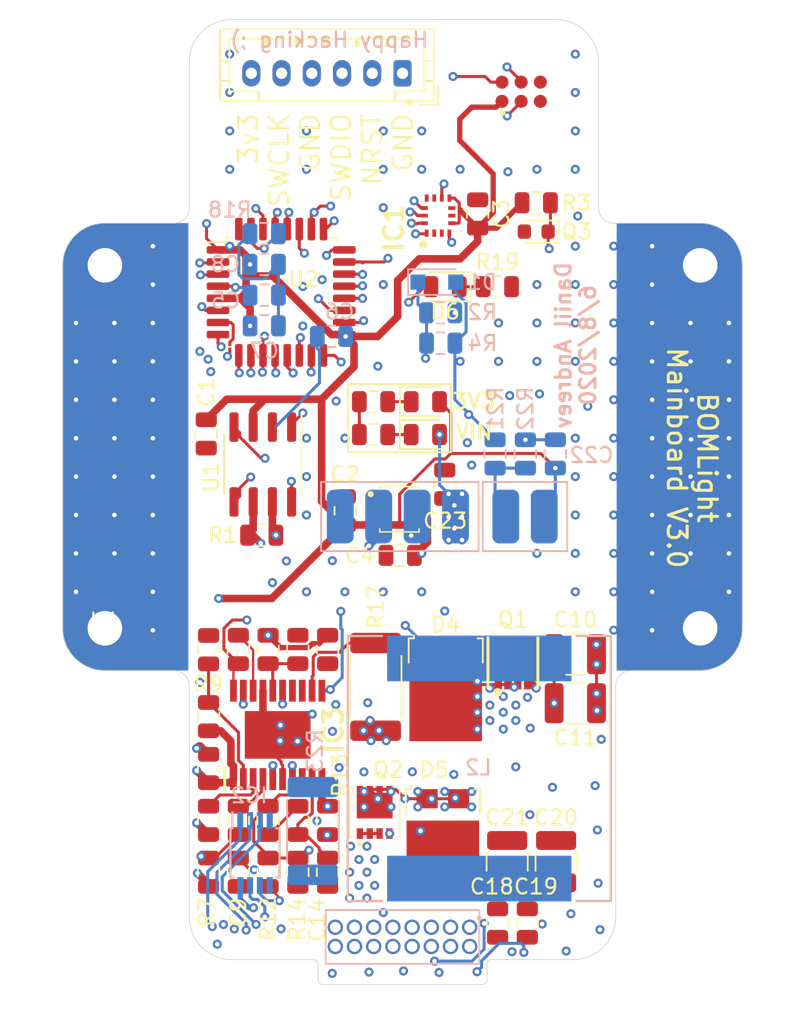
<source format=kicad_pcb>
(kicad_pcb (version 20171130) (host pcbnew "(5.1.4)-1")
  (layers (0 F.Cu signal) (1 In1.Cu signal) (2 In2.Cu signal) (31 B.Cu signal) (34 B.Paste user) (35 F.Paste user) (36 B.SilkS user) (37 F.SilkS user) (38 B.Mask user) (39 F.Mask user) (44 Edge.Cuts user))
  (net 0 "")
  (net 1 GND)
  (net 2 VCC)
  (net 3 +3V3)
  (net 4 Button)
  (net 5 LightSense1)
  (net 6 LightSense2)
  (net 7 "Net-(C13-Pad1)")
  (net 8 "Net-(C17-Pad1)")
  (net 9 LED+)
  (net 10 "Net-(D6-Pad1)")
  (net 11 SPI1_DPOT_CS)
  (net 12 SPI1_SCK)
  (net 13 SPI1_MOSI)
  (net 14 SPI1_MISO)
  (net 15 "Net-(J1-Pad3)")
  (net 16 "Net-(J1-Pad2)")
  (net 17 LEDCTRL)
  (net 18 CAN_RX)
  (net 19 CAN_TX)
  (net 20 CAN_Rs)
  (net 21 CAN_LBK)
  (net 22 NRST)
  (net 23 LightSense3)
  (net 24 SWDIO)
  (net 25 SWCLK)
  (net 26 IMU_INT1)
  (net 27 IMU_INT2)
  (net 28 SPI1_IMU_CS)
  (net 29 "Net-(C9-Pad1)")
  (net 30 "Net-(C13-Pad2)")
  (net 31 "Net-(C14-Pad1)")
  (net 32 "Net-(C15-Pad1)")
  (net 33 "Net-(C15-Pad2)")
  (net 34 "Net-(C16-Pad1)")
  (net 35 "Net-(D2-Pad1)")
  (net 36 "Net-(D3-Pad1)")
  (net 37 "Net-(D4-Pad1)")
  (net 38 "Net-(D5-Pad1)")
  (net 39 "Net-(IC2-Pad6)")
  (net 40 "Net-(IC3-Pad2)")
  (net 41 "Net-(IC3-Pad3)")
  (net 42 "Net-(IC3-Pad4)")
  (net 43 "Net-(IC3-Pad15)")
  (net 44 "Net-(IC3-Pad19)")
  (net 45 LEDR)
  (net 46 SYNC)
  (net 47 LED-)
  (net 48 "Net-(C4-Pad1)")
  (net 49 "Net-(D1-Pad1)")
  (net 50 "Net-(J3-Pad1)")
  (net 51 LEDSign2)
  (net 52 LEDSign1)
  (net 53 Temp1)
  (net 54 Temp2)
  (net 55 "Net-(R18-Pad1)")
  (module LolomoloKiCADLib:ThermalPadV2_SkateLight (layer F.Cu) (at 19.685 -10.16)
    (fp_text reference H2 hide)
    (fp_text value MountingHole_Pad)
    (pad 1 thru_hole circle (at 0 0) (size 4.318 4.318) (drill 2.286) (layers *.Cu *.Mask) (net 1 GND))
    (pad 1 thru_hole circle (at 0 24.003) (size 4.318 4.318) (drill 2.286) (layers *.Cu *.Mask) (net 1 GND))
    (pad 1 smd circle (at 0 0) (size 5.588 5.588) (layers B.Cu B.Paste B.Mask) (net 1 GND))
    (pad 1 smd circle (at 0 24.003) (size 5.588 5.588) (layers B.Cu B.Paste B.Mask) (net 1 GND))
    (pad 1 smd rect (at -2.7305 12.0015) (size 5.588 29.591) (layers B.Cu B.Paste B.Mask) (net 1 GND))
    (pad 1 smd rect (at 1.397 12.0015) (size 2.794 24.003) (layers B.Cu B.Paste B.Mask) (net 1 GND))
  )
  (module LolomoloKiCADLib:ThermalPadV2_SkateLight (layer F.Cu) (at -19.685 13.843 180)
    (fp_text reference H1 (at 0 0.5 180) (layer F.SilkS))
    (fp_text value MountingHole_Pad)
    (pad 1 thru_hole circle (at 0 0 180) (size 4.318 4.318) (drill 2.286) (layers *.Cu *.Mask) (net 1 GND))
    (pad 1 thru_hole circle (at 0 24.003 180) (size 4.318 4.318) (drill 2.286) (layers *.Cu *.Mask) (net 1 GND))
    (pad 1 smd circle (at 0 0 180) (size 5.588 5.588) (layers B.Cu B.Paste B.Mask) (net 1 GND))
    (pad 1 smd circle (at 0 24.003 180) (size 5.588 5.588) (layers B.Cu B.Paste B.Mask) (net 1 GND))
    (pad 1 smd rect (at -2.7305 12.0015 180) (size 5.588 29.591) (layers B.Cu B.Paste B.Mask) (net 1 GND))
    (pad 1 smd rect (at 1.397 12.0015 180) (size 2.794 24.003) (layers B.Cu B.Paste B.Mask) (net 1 GND))
  )
  (module LolomoloKiCADLib:DQG_VSON-CLIP (layer F.Cu) (at 7.3025 16.129)
    (fp_text reference Q1 (at 0.01016 -2.84988) (layer F.SilkS) (effects (font (size 1.016 1.016) (thickness 0.1524))))
    (fp_text value CSD19537Q3 hide)
    (pad 5 smd rect (at 0 -0.39 90) (size 1.9 2.45) (layers F.Cu F.Paste F.Mask) (net 2 VCC))
    (pad 8 smd rect (at -0.975 -1.545 90) (size 0.41 0.5) (layers F.Cu F.Paste F.Mask) (net 2 VCC))
    (pad 7 smd rect (at -0.325 -1.545 90) (size 0.41 0.5) (layers F.Cu F.Paste F.Mask) (net 2 VCC))
    (pad 6 smd rect (at 0.325 -1.545 90) (size 0.41 0.5) (layers F.Cu F.Paste F.Mask) (net 2 VCC))
    (pad 5 smd rect (at 0.975 -1.545 90) (size 0.41 0.5) (layers F.Cu F.Paste F.Mask) (net 2 VCC))
    (pad 4 smd rect (at 0.975 1.435) (size 0.48 0.63) (layers F.Cu F.Paste F.Mask) (net 44 "Net-(IC3-Pad19)"))
    (pad 3 smd rect (at 0.325 1.435) (size 0.48 0.63) (layers F.Cu F.Paste F.Mask) (net 32 "Net-(C15-Pad1)"))
    (pad 2 smd rect (at -0.325 1.435) (size 0.5 0.63) (layers F.Cu F.Paste F.Mask) (net 32 "Net-(C15-Pad1)"))
    (pad 1 smd rect (at -0.975 1.435) (size 0.5 0.63) (layers F.Cu F.Paste F.Mask) (net 32 "Net-(C15-Pad1)"))
  )
  (module "LSM6DS3USTR:LGA-14(2.5X3X0.86)" (layer F.Cu) (at 2.3495 -13.4493 90)
    (fp_text reference IC1 (at -0.8293 -2.9295 90) (layer F.SilkS) (effects (font (size 1.27 1.27) (thickness 0.254))))
    (fp_text value LSM6DS3USTR hide)
    (pad 14 smd rect (at -0.5 -0.9125 90) (size 0.25 0.475) (layers F.Cu F.Paste F.Mask) (net 13 SPI1_MOSI))
    (pad 13 smd rect (at 0 -0.9125 90) (size 0.25 0.475) (layers F.Cu F.Paste F.Mask) (net 12 SPI1_SCK))
    (pad 12 smd rect (at 0.5 -0.9125 90) (size 0.25 0.475) (layers F.Cu F.Paste F.Mask) (net 28 SPI1_IMU_CS))
    (pad 11 smd rect (at 1.1625 -0.75 180) (size 0.25 0.475) (layers F.Cu F.Paste F.Mask))
    (pad 10 smd rect (at 1.1625 -0.25 180) (size 0.25 0.475) (layers F.Cu F.Paste F.Mask))
    (pad 9 smd rect (at 1.1625 0.25 180) (size 0.25 0.475) (layers F.Cu F.Paste F.Mask) (net 27 IMU_INT2))
    (pad 8 smd rect (at 1.1625 0.75 180) (size 0.25 0.475) (layers F.Cu F.Paste F.Mask) (net 3 +3V3))
    (pad 7 smd rect (at 0.5 0.9125 90) (size 0.25 0.475) (layers F.Cu F.Paste F.Mask) (net 1 GND))
    (pad 6 smd rect (at 0 0.9125 90) (size 0.25 0.475) (layers F.Cu F.Paste F.Mask) (net 1 GND))
    (pad 5 smd rect (at -0.5 0.9125 90) (size 0.25 0.475) (layers F.Cu F.Paste F.Mask) (net 3 +3V3))
    (pad 4 smd rect (at -1.1625 0.75 180) (size 0.25 0.475) (layers F.Cu F.Paste F.Mask) (net 26 IMU_INT1))
    (pad 3 smd rect (at -1.1625 0.25 180) (size 0.25 0.475) (layers F.Cu F.Paste F.Mask) (net 1 GND))
    (pad 2 smd rect (at -1.1625 -0.25 180) (size 0.25 0.475) (layers F.Cu F.Paste F.Mask) (net 1 GND))
    (pad 1 smd rect (at -1.1625 -0.75 180) (size 0.25 0.475) (layers F.Cu F.Paste F.Mask) (net 14 SPI1_MISO))
  )
  (module Capacitor_SMD:C_0805_2012Metric (layer F.Cu) (at 8.255 33.3375 270)
    (fp_text reference C19 (at -2.413 -0.5715) (layer F.SilkS))
    (fp_text value 0.47uF)
    (pad 2 smd roundrect (at 0.9375 0 270) (size 0.975 1.4) (layers F.Cu F.Paste F.Mask) (net 1 GND))
    (pad 1 smd roundrect (at -0.9375 0 270) (size 0.975 1.4) (layers F.Cu F.Paste F.Mask) (net 9 LED+))
  )
  (module Capacitor_SMD:C_0805_2012Metric (layer F.Cu) (at 6.2865 33.3375 270)
    (fp_text reference C18 (at -2.413 0.381) (layer F.SilkS))
    (fp_text value 0.47uF)
    (pad 2 smd roundrect (at 0.9375 0 270) (size 0.975 1.4) (layers F.Cu F.Paste F.Mask) (net 1 GND))
    (pad 1 smd roundrect (at -0.9375 0 270) (size 0.975 1.4) (layers F.Cu F.Paste F.Mask) (net 9 LED+))
  )
  (module IHLP6767GZER470M11:IHLP6767GZER470M11 (layer B.Cu) (at 5.08 23.114 90)
    (fp_text reference L2 (at 0.0635 -0.0635 180) (layer B.SilkS) (effects (justify mirror)))
    (fp_text value IHLP6767GZER470M11 hide)
    (pad 1 smd rect (at -7.2771 0) (size 12.192 3.0226) (layers B.Cu B.Paste B.Mask) (net 38 "Net-(D5-Pad1)"))
    (pad 2 smd rect (at 7.2771 0) (size 12.192 3.0226) (layers B.Cu B.Paste B.Mask) (net 32 "Net-(C15-Pad1)"))
  )
  (module Resistor_SMD:R_0805_2012Metric (layer F.Cu) (at -12.827 15.255 90)
    (fp_text reference R10 hide)
    (fp_text value 10k)
    (pad 2 smd roundrect (at 0.9375 0 90) (size 0.975 1.4) (layers F.Cu F.Paste F.Mask) (net 1 GND))
    (pad 1 smd roundrect (at -0.9375 0 90) (size 0.975 1.4) (layers F.Cu F.Paste F.Mask) (net 40 "Net-(IC3-Pad2)"))
  )
  (module Resistor_SMD:R_0805_2012Metric (layer F.Cu) (at -12.827 19.685 90)
    (fp_text reference R9 (at 2.159 0 180) (layer F.SilkS))
    (fp_text value 68k)
    (pad 2 smd roundrect (at 0.9375 0 90) (size 0.975 1.4) (layers F.Cu F.Paste F.Mask) (net 40 "Net-(IC3-Pad2)"))
    (pad 1 smd roundrect (at -0.9375 0 90) (size 0.975 1.4) (layers F.Cu F.Paste F.Mask) (net 2 VCC))
  )
  (module Resistor_SMD:R_0805_2012Metric (layer F.Cu) (at -8.89 29.972 270)
    (fp_text reference R12 (at 3.1115 0 90) (layer F.SilkS))
    (fp_text value 4k7)
    (pad 2 smd roundrect (at 0.9375 0 270) (size 0.975 1.4) (layers F.Cu F.Paste F.Mask) (net 39 "Net-(IC2-Pad6)"))
    (pad 1 smd roundrect (at -0.9375 0 270) (size 0.975 1.4) (layers F.Cu F.Paste F.Mask) (net 30 "Net-(C13-Pad2)"))
  )
  (module LolomoloKiCADLib:Conn_2x8_0.05in (layer B.Cu) (at 4.445 34.883 90)
    (fp_text reference J4 hide)
    (fp_text value Conn_02x08_Odd_Even)
    (pad 16 thru_hole circle (at 1.27 -8.89 90) (size 1.016 1.016) (drill 0.7112) (layers *.Cu *.Mask) (net 47 LED-))
    (pad 15 thru_hole circle (at 0 -8.89 90) (size 1.016 1.016) (drill 0.7112) (layers *.Cu *.Mask) (net 47 LED-))
    (pad 14 thru_hole circle (at 1.27 -7.62 90) (size 1.016 1.016) (drill 0.7112) (layers *.Cu *.Mask) (net 47 LED-))
    (pad 13 thru_hole circle (at 0 -7.62 90) (size 1.016 1.016) (drill 0.7112) (layers *.Cu *.Mask) (net 3 +3V3))
    (pad 12 thru_hole circle (at 1.27 -6.35 90) (size 1.016 1.016) (drill 0.7112) (layers *.Cu *.Mask) (net 51 LEDSign2))
    (pad 11 thru_hole circle (at 0 -6.35 90) (size 1.016 1.016) (drill 0.7112) (layers *.Cu *.Mask) (net 52 LEDSign1))
    (pad 10 thru_hole circle (at 1.27 -5.08 90) (size 1.016 1.016) (drill 0.7112) (layers *.Cu *.Mask) (net 53 Temp1))
    (pad 9 thru_hole circle (at 0 -5.08 90) (size 1.016 1.016) (drill 0.7112) (layers *.Cu *.Mask) (net 6 LightSense2))
    (pad 8 thru_hole circle (at 1.27 -3.81 90) (size 1.016 1.016) (drill 0.7112) (layers *.Cu *.Mask) (net 5 LightSense1))
    (pad 7 thru_hole circle (at 0 -3.81 90) (size 1.016 1.016) (drill 0.7112) (layers *.Cu *.Mask) (net 1 GND))
    (pad 6 thru_hole circle (at 1.27 -2.54 90) (size 1.016 1.016) (drill 0.7112) (layers *.Cu *.Mask) (net 9 LED+))
    (pad 5 thru_hole circle (at 0 -2.54 90) (size 1.016 1.016) (drill 0.7112) (layers *.Cu *.Mask) (net 23 LightSense3))
    (pad 4 thru_hole circle (at 1.27 -1.27 90) (size 1.016 1.016) (drill 0.7112) (layers *.Cu *.Mask) (net 9 LED+))
    (pad 3 thru_hole circle (at 0 -1.27 90) (size 1.016 1.016) (drill 0.7112) (layers *.Cu *.Mask))
    (pad 2 thru_hole circle (at 1.27 0 90) (size 1.016 1.016) (drill 0.7112) (layers *.Cu *.Mask) (net 9 LED+))
    (pad 1 thru_hole circle (at 0 0 90) (size 1.016 1.016) (drill 0.7112) (layers *.Cu *.Mask) (net 54 Temp2))
  )
  (module Capacitor_SMD:C_0805_2012Metric (layer F.Cu) (at -12.98 0.9875 270)
    (fp_text reference C1 (at -2.7575 -0.01 90) (layer F.SilkS))
    (fp_text value 100nF)
    (pad 2 smd roundrect (at 0.9375 0 270) (size 0.975 1.4) (layers F.Cu F.Paste F.Mask) (net 1 GND))
    (pad 1 smd roundrect (at -0.9375 0 270) (size 0.975 1.4) (layers F.Cu F.Paste F.Mask) (net 3 +3V3))
  )
  (module Capacitor_SMD:C_0805_2012Metric (layer F.Cu) (at 4.97 -13.56 90)
    (fp_text reference C3 (at 0 1.5748 90) (layer F.SilkS))
    (fp_text value 100nF)
    (pad 2 smd roundrect (at 0.9375 0 90) (size 0.975 1.4) (layers F.Cu F.Paste F.Mask) (net 1 GND))
    (pad 1 smd roundrect (at -0.9375 0 90) (size 0.975 1.4) (layers F.Cu F.Paste F.Mask) (net 3 +3V3))
  )
  (module Capacitor_SMD:C_0805_2012Metric (layer F.Cu) (at -10.8585 29.972 270)
    (fp_text reference C9 (at 2.667 0 90) (layer F.SilkS))
    (fp_text value 22nF)
    (pad 2 smd roundrect (at 0.9375 0 270) (size 0.975 1.4) (layers F.Cu F.Paste F.Mask) (net 1 GND))
    (pad 1 smd roundrect (at -0.9375 0 270) (size 0.975 1.4) (layers F.Cu F.Paste F.Mask) (net 29 "Net-(C9-Pad1)"))
  )
  (module Capacitor_SMD:C_1210_3225Metric (layer F.Cu) (at 11.43 15.5575)
    (fp_text reference C10 (at 0 -2.28) (layer F.SilkS))
    (fp_text value 10uF)
    (pad 2 smd roundrect (at 1.4 0) (size 1.25 2.65) (layers F.Cu F.Paste F.Mask) (roundrect_rratio 0.2) (net 1 GND))
    (pad 1 smd roundrect (at -1.4 0) (size 1.25 2.65) (layers F.Cu F.Paste F.Mask) (roundrect_rratio 0.2) (net 2 VCC))
  )
  (module Capacitor_SMD:C_1210_3225Metric (layer F.Cu) (at 11.43 18.796)
    (fp_text reference C11 (at 0 2.286) (layer F.SilkS))
    (fp_text value 10uF)
    (pad 2 smd roundrect (at 1.4 0) (size 1.25 2.65) (layers F.Cu F.Paste F.Mask) (roundrect_rratio 0.2) (net 1 GND))
    (pad 1 smd roundrect (at -1.4 0) (size 1.25 2.65) (layers F.Cu F.Paste F.Mask) (roundrect_rratio 0.2) (net 2 VCC))
  )
  (module Capacitor_SMD:C_0805_2012Metric (layer F.Cu) (at -12.827 23.114 90)
    (fp_text reference C12 hide)
    (fp_text value 0.1uF)
    (pad 2 smd roundrect (at 0.9375 0 90) (size 0.975 1.4) (layers F.Cu F.Paste F.Mask) (net 1 GND))
    (pad 1 smd roundrect (at -0.9375 0 90) (size 0.975 1.4) (layers F.Cu F.Paste F.Mask) (net 2 VCC))
  )
  (module Capacitor_SMD:C_0805_2012Metric (layer F.Cu) (at -8.89 26.543 90)
    (fp_text reference C13 hide)
    (fp_text value 220nF)
    (pad 2 smd roundrect (at 0.9375 0 90) (size 0.975 1.4) (layers F.Cu F.Paste F.Mask) (net 30 "Net-(C13-Pad2)"))
    (pad 1 smd roundrect (at -0.9375 0 90) (size 0.975 1.4) (layers F.Cu F.Paste F.Mask) (net 7 "Net-(C13-Pad1)"))
  )
  (module Capacitor_SMD:C_0805_2012Metric (layer F.Cu) (at -4.953 29.972 270)
    (fp_text reference C14 (at 3.175 0.6985 270) (layer F.SilkS))
    (fp_text value 6.8nF)
    (pad 2 smd roundrect (at 0.9375 0 270) (size 0.975 1.4) (layers F.Cu F.Paste F.Mask) (net 30 "Net-(C13-Pad2)"))
    (pad 1 smd roundrect (at -0.9375 0 270) (size 0.975 1.4) (layers F.Cu F.Paste F.Mask) (net 31 "Net-(C14-Pad1)"))
  )
  (module Capacitor_SMD:C_0805_2012Metric (layer F.Cu) (at -10.8585 15.24 90)
    (fp_text reference C15 hide)
    (fp_text value 100nF)
    (pad 2 smd roundrect (at 0.9375 0 90) (size 0.975 1.4) (layers F.Cu F.Paste F.Mask) (net 33 "Net-(C15-Pad2)"))
    (pad 1 smd roundrect (at -0.9375 0 90) (size 0.975 1.4) (layers F.Cu F.Paste F.Mask) (net 32 "Net-(C15-Pad1)"))
  )
  (module Capacitor_SMD:C_0805_2012Metric (layer F.Cu) (at -4.953 15.24 270)
    (fp_text reference C16 hide)
    (fp_text value 2.2nF)
    (pad 2 smd roundrect (at 0.9375 0 270) (size 0.975 1.4) (layers F.Cu F.Paste F.Mask) (net 1 GND))
    (pad 1 smd roundrect (at -0.9375 0 270) (size 0.975 1.4) (layers F.Cu F.Paste F.Mask) (net 34 "Net-(C16-Pad1)"))
  )
  (module Capacitor_SMD:C_0805_2012Metric (layer F.Cu) (at -6.9215 15.24 90)
    (fp_text reference C17 hide)
    (fp_text value 1uF)
    (pad 2 smd roundrect (at 0.9375 0 90) (size 0.975 1.4) (layers F.Cu F.Paste F.Mask) (net 1 GND))
    (pad 1 smd roundrect (at -0.9375 0 90) (size 0.975 1.4) (layers F.Cu F.Paste F.Mask) (net 8 "Net-(C17-Pad1)"))
  )
  (module Capacitor_SMD:C_1210_3225Metric (layer F.Cu) (at 10.16 29.2735 90)
    (fp_text reference C20 (at 2.921 0 180) (layer F.SilkS))
    (fp_text value 10uF)
    (pad 2 smd roundrect (at 1.4 0 90) (size 1.25 2.65) (layers F.Cu F.Paste F.Mask) (roundrect_rratio 0.2) (net 1 GND))
    (pad 1 smd roundrect (at -1.4 0 90) (size 1.25 2.65) (layers F.Cu F.Paste F.Mask) (roundrect_rratio 0.2) (net 9 LED+))
  )
  (module Capacitor_SMD:C_1210_3225Metric (layer F.Cu) (at 6.9215 29.2735 90)
    (fp_text reference C21 (at 2.921 0) (layer F.SilkS))
    (fp_text value 10uF)
    (pad 2 smd roundrect (at 1.4 0 90) (size 1.25 2.65) (layers F.Cu F.Paste F.Mask) (roundrect_rratio 0.2) (net 1 GND))
    (pad 1 smd roundrect (at -1.4 0 90) (size 1.25 2.65) (layers F.Cu F.Paste F.Mask) (roundrect_rratio 0.2) (net 9 LED+))
  )
  (module LED_SMD:LED_0805_2012Metric (layer F.Cu) (at 1.5113 1.0287)
    (fp_text reference D2 hide)
    (fp_text value LEDO)
    (pad 2 smd roundrect (at 0.9375 0) (size 0.975 1.4) (layers F.Cu F.Paste F.Mask) (net 2 VCC))
    (pad 1 smd roundrect (at -0.9375 0) (size 0.975 1.4) (layers F.Cu F.Paste F.Mask) (net 35 "Net-(D2-Pad1)"))
  )
  (module LED_SMD:LED_0805_2012Metric (layer F.Cu) (at 1.5113 -1.143)
    (fp_text reference D3 hide)
    (fp_text value LEDO)
    (pad 2 smd roundrect (at 0.9375 0) (size 0.975 1.4) (layers F.Cu F.Paste F.Mask) (net 3 +3V3))
    (pad 1 smd roundrect (at -0.9375 0) (size 0.975 1.4) (layers F.Cu F.Paste F.Mask) (net 36 "Net-(D3-Pad1)"))
  )
  (module Package_TO_SOT_SMD:TO-277A (layer F.Cu) (at 2.8575 17.907)
    (fp_text reference D4 (at 0 -4.3) (layer F.SilkS))
    (fp_text value D_Schottky_AAK)
    (pad 2 smd rect (at 1.04 -2.765 180) (size 1.4 1.27) (layers F.Cu F.Paste F.Mask) (net 37 "Net-(D4-Pad1)"))
    (pad 3 smd rect (at 0 1.04 180) (size 4.8 4.72) (layers F.Cu F.Mask) (net 32 "Net-(C15-Pad1)"))
    (pad 1 smd rect (at -1.04 -2.765 180) (size 1.4 1.27) (layers F.Cu F.Paste F.Mask) (net 37 "Net-(D4-Pad1)"))
  )
  (module Package_TO_SOT_SMD:TO-277A (layer F.Cu) (at 2.667 27.8765)
    (fp_text reference D5 (at -0.56134 -4.67868 180) (layer F.SilkS))
    (fp_text value D_Schottky_AAK)
    (pad 2 smd rect (at 1.04 -2.765 180) (size 1.4 1.27) (layers F.Cu F.Paste F.Mask) (net 38 "Net-(D5-Pad1)"))
    (pad 3 smd rect (at 0 1.04 180) (size 4.8 4.72) (layers F.Cu F.Mask) (net 9 LED+))
    (pad 1 smd rect (at -1.04 -2.765 180) (size 1.4 1.27) (layers F.Cu F.Paste F.Mask) (net 38 "Net-(D5-Pad1)"))
  )
  (module Package_SO:TSSOP-8_3x3mm_P0.65mm (layer B.Cu) (at -9.75614 28.69946 270)
    (fp_text reference IC2 (at -3.80546 0.38386) (layer B.SilkS) (effects (justify mirror)))
    (fp_text value MCP4132-502E_SN)
    (pad 8 smd rect (at 2.15 0.975 270) (size 1.1 0.4) (layers B.Cu B.Paste B.Mask) (net 3 +3V3))
    (pad 7 smd rect (at 2.15 0.325 270) (size 1.1 0.4) (layers B.Cu B.Paste B.Mask) (net 14 SPI1_MISO))
    (pad 6 smd rect (at 2.15 -0.325 270) (size 1.1 0.4) (layers B.Cu B.Paste B.Mask) (net 39 "Net-(IC2-Pad6)"))
    (pad 5 smd rect (at 2.15 -0.975 270) (size 1.1 0.4) (layers B.Cu B.Paste B.Mask) (net 1 GND))
    (pad 4 smd rect (at -2.15 -0.975 270) (size 1.1 0.4) (layers B.Cu B.Paste B.Mask) (net 1 GND))
    (pad 3 smd rect (at -2.15 -0.325 270) (size 1.1 0.4) (layers B.Cu B.Paste B.Mask) (net 13 SPI1_MOSI))
    (pad 2 smd rect (at -2.15 0.325 270) (size 1.1 0.4) (layers B.Cu B.Paste B.Mask) (net 12 SPI1_SCK))
    (pad 1 smd rect (at -2.15 0.975 270) (size 1.1 0.4) (layers B.Cu B.Paste B.Mask) (net 11 SPI1_DPOT_CS))
  )
  (module LM5118MH_NOPB:SOP65P640X110-21N (layer F.Cu) (at -8.255 20.8915 90)
    (fp_text reference IC3 (at 0.3175 3.683 90) (layer F.SilkS) (effects (font (size 1.27 1.27) (thickness 0.254))))
    (fp_text value LM5118MH_NOPB hide)
    (pad 21 smd rect (at 0 0 90) (size 3.15 4.35) (layers F.Cu F.Paste F.Mask) (net 1 GND))
    (pad 20 smd rect (at 2.925 -2.925 180) (size 0.45 1.45) (layers F.Cu F.Paste F.Mask) (net 32 "Net-(C15-Pad1)"))
    (pad 19 smd rect (at 2.925 -2.275 180) (size 0.45 1.45) (layers F.Cu F.Paste F.Mask) (net 44 "Net-(IC3-Pad19)"))
    (pad 18 smd rect (at 2.925 -1.625 180) (size 0.45 1.45) (layers F.Cu F.Paste F.Mask) (net 33 "Net-(C15-Pad2)"))
    (pad 17 smd rect (at 2.925 -0.975 180) (size 0.45 1.45) (layers F.Cu F.Paste F.Mask) (net 1 GND))
    (pad 16 smd rect (at 2.925 -0.325 180) (size 0.45 1.45) (layers F.Cu F.Paste F.Mask) (net 8 "Net-(C17-Pad1)"))
    (pad 15 smd rect (at 2.925 0.325 180) (size 0.45 1.45) (layers F.Cu F.Paste F.Mask) (net 43 "Net-(IC3-Pad15)"))
    (pad 14 smd rect (at 2.925 0.975 180) (size 0.45 1.45) (layers F.Cu F.Paste F.Mask) (net 1 GND))
    (pad 13 smd rect (at 2.925 1.625 180) (size 0.45 1.45) (layers F.Cu F.Paste F.Mask) (net 1 GND))
    (pad 12 smd rect (at 2.925 2.275 180) (size 0.45 1.45) (layers F.Cu F.Paste F.Mask) (net 37 "Net-(D4-Pad1)"))
    (pad 11 smd rect (at 2.925 2.925 180) (size 0.45 1.45) (layers F.Cu F.Paste F.Mask) (net 46 SYNC))
    (pad 10 smd rect (at -2.925 2.925 180) (size 0.45 1.45) (layers F.Cu F.Paste F.Mask) (net 9 LED+))
    (pad 9 smd rect (at -2.925 2.275 180) (size 0.45 1.45) (layers F.Cu F.Paste F.Mask) (net 31 "Net-(C14-Pad1)"))
    (pad 8 smd rect (at -2.925 1.625 180) (size 0.45 1.45) (layers F.Cu F.Paste F.Mask) (net 30 "Net-(C13-Pad2)"))
    (pad 7 smd rect (at -2.925 0.975 180) (size 0.45 1.45) (layers F.Cu F.Paste F.Mask) (net 29 "Net-(C9-Pad1)"))
    (pad 6 smd rect (at -2.925 0.325 180) (size 0.45 1.45) (layers F.Cu F.Paste F.Mask) (net 1 GND))
    (pad 5 smd rect (at -2.925 -0.325 180) (size 0.45 1.45) (layers F.Cu F.Paste F.Mask) (net 34 "Net-(C16-Pad1)"))
    (pad 4 smd rect (at -2.925 -0.975 180) (size 0.45 1.45) (layers F.Cu F.Paste F.Mask) (net 42 "Net-(IC3-Pad4)"))
    (pad 3 smd rect (at -2.925 -1.625 180) (size 0.45 1.45) (layers F.Cu F.Paste F.Mask) (net 41 "Net-(IC3-Pad3)"))
    (pad 2 smd rect (at -2.925 -2.275 180) (size 0.45 1.45) (layers F.Cu F.Paste F.Mask) (net 40 "Net-(IC3-Pad2)"))
    (pad 1 smd rect (at -2.925 -2.925 180) (size 0.45 1.45) (layers F.Cu F.Paste F.Mask) (net 2 VCC))
  )
  (module Resistor_SMD:R_0805_2012Metric (layer F.Cu) (at -9.3091 7.6835)
    (fp_text reference R1 (at -2.58064 -0.00508) (layer F.SilkS))
    (fp_text value 120)
    (pad 2 smd roundrect (at 0.9375 0) (size 0.975 1.4) (layers F.Cu F.Paste F.Mask) (net 15 "Net-(J1-Pad3)"))
    (pad 1 smd roundrect (at -0.9375 0) (size 0.975 1.4) (layers F.Cu F.Paste F.Mask) (net 16 "Net-(J1-Pad2)"))
  )
  (module Resistor_SMD:R_0805_2012Metric (layer F.Cu) (at -1.9177 1.0287 180)
    (fp_text reference R5 hide)
    (fp_text value 33k)
    (pad 2 smd roundrect (at 0.9375 0 180) (size 0.975 1.4) (layers F.Cu F.Paste F.Mask) (net 1 GND))
    (pad 1 smd roundrect (at -0.9375 0 180) (size 0.975 1.4) (layers F.Cu F.Paste F.Mask) (net 35 "Net-(D2-Pad1)"))
  )
  (module Resistor_SMD:R_0805_2012Metric (layer F.Cu) (at -1.9177 -1.143 180)
    (fp_text reference R6 hide)
    (fp_text value 1k2)
    (pad 2 smd roundrect (at 0.9375 0 180) (size 0.975 1.4) (layers F.Cu F.Paste F.Mask) (net 1 GND))
    (pad 1 smd roundrect (at -0.9375 0 180) (size 0.975 1.4) (layers F.Cu F.Paste F.Mask) (net 36 "Net-(D3-Pad1)"))
  )
  (module Resistor_SMD:R_0805_2012Metric (layer F.Cu) (at -12.827 29.972 270)
    (fp_text reference R7 (at 2.65176 0.127 90) (layer F.SilkS))
    (fp_text value 47k)
    (pad 2 smd roundrect (at 0.9375 0 270) (size 0.975 1.4) (layers F.Cu F.Paste F.Mask) (net 1 GND))
    (pad 1 smd roundrect (at -0.9375 0 270) (size 0.975 1.4) (layers F.Cu F.Paste F.Mask) (net 17 LEDCTRL))
  )
  (module Resistor_SMD:R_0805_2012Metric (layer F.Cu) (at -10.8585 26.543 270)
    (fp_text reference R8 hide)
    (fp_text value 1k)
    (pad 2 smd roundrect (at 0.9375 0 270) (size 0.975 1.4) (layers F.Cu F.Paste F.Mask) (net 17 LEDCTRL))
    (pad 1 smd roundrect (at -0.9375 0 270) (size 0.975 1.4) (layers F.Cu F.Paste F.Mask) (net 42 "Net-(IC3-Pad4)"))
  )
  (module Resistor_SMD:R_0805_2012Metric (layer F.Cu) (at -12.827 26.543 270)
    (fp_text reference R11 hide)
    (fp_text value 20k5)
    (pad 2 smd roundrect (at 0.9375 0 270) (size 0.975 1.4) (layers F.Cu F.Paste F.Mask) (net 1 GND))
    (pad 1 smd roundrect (at -0.9375 0 270) (size 0.975 1.4) (layers F.Cu F.Paste F.Mask) (net 41 "Net-(IC3-Pad3)"))
  )
  (module Resistor_SMD:R_0805_2012Metric (layer F.Cu) (at -4.953 26.543 270)
    (fp_text reference R13 (at -2.9845 -0.8255 90) (layer F.SilkS))
    (fp_text value 220k)
    (pad 2 smd roundrect (at 0.9375 0 270) (size 0.975 1.4) (layers F.Cu F.Paste F.Mask) (net 30 "Net-(C13-Pad2)"))
    (pad 1 smd roundrect (at -0.9375 0 270) (size 0.975 1.4) (layers F.Cu F.Paste F.Mask) (net 9 LED+))
  )
  (module Resistor_SMD:R_0805_2012Metric (layer F.Cu) (at -6.9215 29.972 270)
    (fp_text reference R14 (at 3.1115 0.0635 90) (layer F.SilkS))
    (fp_text value 100k)
    (pad 2 smd roundrect (at 0.9375 0 270) (size 0.975 1.4) (layers F.Cu F.Paste F.Mask) (net 1 GND))
    (pad 1 smd roundrect (at -0.9375 0 270) (size 0.975 1.4) (layers F.Cu F.Paste F.Mask) (net 30 "Net-(C13-Pad2)"))
  )
  (module Resistor_SMD:R_0805_2012Metric (layer F.Cu) (at -6.9215 26.543 90)
    (fp_text reference R15 hide)
    (fp_text value 5k62)
    (pad 2 smd roundrect (at 0.9375 0 90) (size 0.975 1.4) (layers F.Cu F.Paste F.Mask) (net 7 "Net-(C13-Pad1)"))
    (pad 1 smd roundrect (at -0.9375 0 90) (size 0.975 1.4) (layers F.Cu F.Paste F.Mask) (net 31 "Net-(C14-Pad1)"))
  )
  (module Resistor_SMD:R_0805_2012Metric (layer F.Cu) (at -8.89 15.24 90)
    (fp_text reference R16 hide)
    (fp_text value 36k5)
    (pad 2 smd roundrect (at 0.9375 0 90) (size 0.975 1.4) (layers F.Cu F.Paste F.Mask) (net 34 "Net-(C16-Pad1)"))
    (pad 1 smd roundrect (at -0.9375 0 90) (size 0.975 1.4) (layers F.Cu F.Paste F.Mask) (net 8 "Net-(C17-Pad1)"))
  )
  (module Resistor_SMD:R_2512_6332Metric (layer F.Cu) (at -1.778 17.7165 270)
    (fp_text reference R17 (at -5.2705 0 270) (layer F.SilkS))
    (fp_text value 0.05)
    (pad 2 smd roundrect (at 2.9 0 270) (size 1.35 3.35) (layers F.Cu F.Paste F.Mask) (roundrect_rratio 0.185185) (net 1 GND))
    (pad 1 smd roundrect (at -2.9 0 270) (size 1.35 3.35) (layers F.Cu F.Paste F.Mask) (roundrect_rratio 0.185185) (net 37 "Net-(D4-Pad1)"))
  )
  (module Package_SO:SOIC-8_3.9x4.9mm_P1.27mm (layer F.Cu) (at -9.240101 3.008961 270)
    (fp_text reference U1 (at 0.841039 3.409899 90) (layer F.SilkS))
    (fp_text value SN65HVD233)
    (pad 8 smd roundrect (at 2.475 -1.905 270) (size 1.95 0.6) (layers F.Cu F.Paste F.Mask) (net 20 CAN_Rs))
    (pad 7 smd roundrect (at 2.475 -0.635 270) (size 1.95 0.6) (layers F.Cu F.Paste F.Mask) (net 15 "Net-(J1-Pad3)"))
    (pad 6 smd roundrect (at 2.475 0.635 270) (size 1.95 0.6) (layers F.Cu F.Paste F.Mask) (net 16 "Net-(J1-Pad2)"))
    (pad 5 smd roundrect (at 2.475 1.905 270) (size 1.95 0.6) (layers F.Cu F.Paste F.Mask) (net 21 CAN_LBK))
    (pad 4 smd roundrect (at -2.475 1.905 270) (size 1.95 0.6) (layers F.Cu F.Paste F.Mask) (net 18 CAN_RX))
    (pad 3 smd roundrect (at -2.475 0.635 270) (size 1.95 0.6) (layers F.Cu F.Paste F.Mask) (net 3 +3V3))
    (pad 2 smd roundrect (at -2.475 -0.635 270) (size 1.95 0.6) (layers F.Cu F.Paste F.Mask) (net 1 GND))
    (pad 1 smd roundrect (at -2.475 -1.905 270) (size 1.95 0.6) (layers F.Cu F.Paste F.Mask) (net 19 CAN_TX))
  )
  (module LolomoloKiCADLib:FDMC86139P (layer F.Cu) (at -1.8415 26.416)
    (fp_text reference Q2 (at 0.88646 -3.21818 180) (layer F.SilkS) (effects (font (size 1.016 1.016) (thickness 0.1524))))
    (fp_text value FDMC86240 hide)
    (pad 1 smd rect (at -0.975 1) (size 0.42 0.7) (layers F.Cu F.Paste F.Mask) (net 1 GND))
    (pad 2 smd rect (at -0.325 1) (size 0.42 0.7) (layers F.Cu F.Paste F.Mask) (net 1 GND))
    (pad 3 smd rect (at 0.325 1) (size 0.42 0.7) (layers F.Cu F.Paste F.Mask) (net 1 GND))
    (pad 4 smd rect (at 0.975 1) (size 0.42 0.7) (layers F.Cu F.Paste F.Mask) (net 43 "Net-(IC3-Pad15)"))
    (pad 5 smd rect (at 0.975 -1.925) (size 0.42 0.45) (layers F.Cu F.Paste F.Mask) (net 38 "Net-(D5-Pad1)"))
    (pad 6 smd rect (at 0.325 -1.925) (size 0.42 0.45) (layers F.Cu F.Paste F.Mask) (net 38 "Net-(D5-Pad1)"))
    (pad 7 smd rect (at -0.325 -1.925) (size 0.42 0.45) (layers F.Cu F.Paste F.Mask) (net 38 "Net-(D5-Pad1)"))
    (pad 8 smd rect (at -0.975 -1.925) (size 0.42 0.45) (layers F.Cu F.Paste F.Mask) (net 38 "Net-(D5-Pad1)"))
    (pad 5 smd rect (at 0 -0.85 90) (size 1.7 2.37) (layers F.Cu F.Paste F.Mask) (net 38 "Net-(D5-Pad1)"))
  )
  (module Resistor_SMD:R_2512_6332Metric (layer B.Cu) (at -5.92582 27.24218 90)
    (fp_text reference R23 (at 5.2915 0.1397 270) (layer B.SilkS) (effects (justify mirror)))
    (fp_text value .5)
    (pad 1 smd roundrect (at -2.9 0 90) (size 1.35 3.35) (layers B.Cu B.Paste B.Mask) (roundrect_rratio 0.185185) (net 47 LED-))
    (pad 2 smd roundrect (at 2.9 0 90) (size 1.35 3.35) (layers B.Cu B.Paste B.Mask) (roundrect_rratio 0.185185) (net 1 GND))
  )
  (module Diode_SMD:D_0603_1608Metric (layer F.Cu) (at 8.8448 -12.3914 180)
    (fp_text reference Q3 (at -2.667 0) (layer F.SilkS))
    (fp_text value Q_Photo_NPN)
    (pad 1 smd roundrect (at -0.7875 0 180) (size 0.875 0.95) (layers F.Cu F.Paste F.Mask) (net 23 LightSense3))
    (pad 2 smd roundrect (at 0.7875 0 180) (size 0.875 0.95) (layers F.Cu F.Paste F.Mask) (net 1 GND))
  )
  (module Resistor_SMD:R_0805_2012Metric (layer F.Cu) (at 8.8448 -14.2964)
    (fp_text reference R3 (at 2.667 0) (layer F.SilkS))
    (fp_text value R)
    (pad 1 smd roundrect (at -0.9375 0) (size 0.975 1.4) (layers F.Cu F.Paste F.Mask) (net 3 +3V3))
    (pad 2 smd roundrect (at 0.9375 0) (size 0.975 1.4) (layers F.Cu F.Paste F.Mask) (net 23 LightSense3))
  )
  (module Capacitor_SMD:C_0805_2012Metric (layer F.Cu) (at 2.794 4.318 90)
    (fp_text reference C23 (at -2.4153 0.0254 180) (layer F.SilkS))
    (fp_text value 1uF)
    (pad 1 smd roundrect (at -0.9375 0 90) (size 0.975 1.4) (layers F.Cu F.Paste F.Mask) (net 2 VCC))
    (pad 2 smd roundrect (at 0.9375 0 90) (size 0.975 1.4) (layers F.Cu F.Paste F.Mask) (net 1 GND))
  )
  (module Capacitor_SMD:C_0805_2012Metric (layer F.Cu) (at -3.7846 6.0706 90)
    (fp_text reference C2 (at 2.413 -0.0254 180) (layer F.SilkS))
    (fp_text value 10uF)
    (pad 1 smd roundrect (at -0.9375 0 90) (size 0.975 1.4) (layers F.Cu F.Paste F.Mask) (net 3 +3V3))
    (pad 2 smd roundrect (at 0.9375 0 90) (size 0.975 1.4) (layers F.Cu F.Paste F.Mask) (net 1 GND))
  )
  (module Capacitor_SMD:C_0805_2012Metric (layer F.Cu) (at -0.1524 9.017 180)
    (fp_text reference C4 (at 2.667 -0.0254) (layer F.SilkS))
    (fp_text value 1uF)
    (pad 2 smd roundrect (at 0.9375 0 180) (size 0.975 1.4) (layers F.Cu F.Paste F.Mask) (net 1 GND))
    (pad 1 smd roundrect (at -0.9375 0 180) (size 0.975 1.4) (layers F.Cu F.Paste F.Mask) (net 48 "Net-(C4-Pad1)"))
  )
  (module Capacitor_SMD:C_0805_2012Metric (layer B.Cu) (at -9.144 -8.1915)
    (fp_text reference C5 (at -2.546 0.3615) (layer B.SilkS) (effects (justify mirror)))
    (fp_text value 100nF)
    (pad 1 smd roundrect (at -0.9375 0) (size 0.975 1.4) (layers B.Cu B.Paste B.Mask) (net 22 NRST))
    (pad 2 smd roundrect (at 0.9375 0) (size 0.975 1.4) (layers B.Cu B.Paste B.Mask) (net 1 GND))
  )
  (module Capacitor_SMD:C_0805_2012Metric (layer B.Cu) (at -4.699 -5.461 180)
    (fp_text reference C6 (at -0.539 1.629) (layer B.SilkS) (effects (justify mirror)))
    (fp_text value 100nF)
    (pad 2 smd roundrect (at 0.9375 0 180) (size 0.975 1.4) (layers B.Cu B.Paste B.Mask) (net 1 GND))
    (pad 1 smd roundrect (at -0.9375 0 180) (size 0.975 1.4) (layers B.Cu B.Paste B.Mask) (net 3 +3V3))
  )
  (module Capacitor_SMD:C_0805_2012Metric (layer B.Cu) (at -9.144 -6.1595)
    (fp_text reference C7 (at 0 1.65) (layer B.SilkS) (effects (justify mirror)))
    (fp_text value 100nF)
    (pad 1 smd roundrect (at -0.9375 0) (size 0.975 1.4) (layers B.Cu B.Paste B.Mask) (net 3 +3V3))
    (pad 2 smd roundrect (at 0.9375 0) (size 0.975 1.4) (layers B.Cu B.Paste B.Mask) (net 1 GND))
  )
  (module Capacitor_SMD:C_0805_2012Metric (layer B.Cu) (at -9.144 -10.2235)
    (fp_text reference C8 (at -2.566 -0.0065) (layer B.SilkS) (effects (justify mirror)))
    (fp_text value 100nF)
    (pad 1 smd roundrect (at -0.9375 0) (size 0.975 1.4) (layers B.Cu B.Paste B.Mask) (net 3 +3V3))
    (pad 2 smd roundrect (at 0.9375 0) (size 0.975 1.4) (layers B.Cu B.Paste B.Mask) (net 1 GND))
  )
  (module Capacitor_SMD:C_0805_2012Metric (layer B.Cu) (at 10.1092 2.3091 90)
    (fp_text reference C22 (at -0.0809 2.3908 180) (layer B.SilkS) (effects (justify mirror)))
    (fp_text value 100nF)
    (pad 2 smd roundrect (at 0.9375 0 90) (size 0.975 1.4) (layers B.Cu B.Paste B.Mask) (net 4 Button))
    (pad 1 smd roundrect (at -0.9375 0 90) (size 0.975 1.4) (layers B.Cu B.Paste B.Mask) (net 3 +3V3))
  )
  (module Diode_SMD:D_SOD-323_HandSoldering (layer B.Cu) (at 2.2733 -9.0551)
    (fp_text reference D1 (at 2.9967 0.0051) (layer B.SilkS) (effects (justify mirror)))
    (fp_text value D_Zener)
    (pad 1 smd rect (at -1.25 0) (size 1 1) (layers B.Cu B.Paste B.Mask) (net 49 "Net-(D1-Pad1)"))
    (pad 2 smd rect (at 1.25 0) (size 1 1) (layers B.Cu B.Paste B.Mask) (net 1 GND))
  )
  (module LED_SMD:LED_0805_2012Metric (layer F.Cu) (at 2.8194 -8.7503 180)
    (fp_text reference D6 (at 0 -1.65) (layer F.SilkS))
    (fp_text value LEDR)
    (pad 1 smd roundrect (at -0.9375 0 180) (size 0.975 1.4) (layers F.Cu F.Paste F.Mask) (net 10 "Net-(D6-Pad1)"))
    (pad 2 smd roundrect (at 0.9375 0 180) (size 0.975 1.4) (layers F.Cu F.Paste F.Mask) (net 45 LEDR))
  )
  (module MAXM15062AMB+:MAXM15462AMB (layer F.Cu) (at -0.2032 5.969)
    (fp_text reference IC4 hide)
    (fp_text value MAXM15062AMB+ hide)
    (pad 1 smd rect (at -1.15 -1 90) (size 0.25 0.6) (layers F.Cu F.Paste F.Mask))
    (pad 2 smd rect (at -1.15 -0.5 90) (size 0.25 0.6) (layers F.Cu F.Paste F.Mask) (net 1 GND))
    (pad 3 smd rect (at -1.15 0 90) (size 0.25 0.6) (layers F.Cu F.Paste F.Mask))
    (pad 4 smd rect (at -1.15 0.5 90) (size 0.25 0.6) (layers F.Cu F.Paste F.Mask))
    (pad 5 smd rect (at -1.15 1 90) (size 0.25 0.6) (layers F.Cu F.Paste F.Mask) (net 3 +3V3))
    (pad 6 smd rect (at 1.15 1 90) (size 0.25 0.6) (layers F.Cu F.Paste F.Mask) (net 3 +3V3))
    (pad 7 smd rect (at 1.15 0.5 90) (size 0.25 0.6) (layers F.Cu F.Paste F.Mask) (net 48 "Net-(C4-Pad1)"))
    (pad 8 smd rect (at 1.15 0 90) (size 0.25 0.6) (layers F.Cu F.Paste F.Mask) (net 2 VCC))
    (pad 9 smd rect (at 1.15 -0.5 90) (size 0.25 0.6) (layers F.Cu F.Paste F.Mask) (net 2 VCC))
    (pad 10 smd rect (at 1.15 -1 90) (size 0.25 0.6) (layers F.Cu F.Paste F.Mask) (net 2 VCC))
  )
  (module LolomoloKiCADLib:TC2030MCP (layer F.Cu) (at 7.5184 -21.6408)
    (fp_text reference J2 hide)
    (fp_text value TC2030-MCP hide)
    (pad "" np_thru_hole circle (at 0.964 2.54 90) (size 2.3876 2.3876) (drill 2.3876) (layers *.Cu *.Mask))
    (pad "" np_thru_hole circle (at -2.211 2.54 90) (size 2.3876 2.3876) (drill 2.3876) (layers *.Cu *.Mask))
    (pad "" np_thru_hole circle (at 0.964 -2.54 90) (size 2.3876 2.3876) (drill 2.3876) (layers *.Cu *.Mask))
    (pad "" np_thru_hole circle (at -2.211 -2.54 90) (size 2.3876 2.3876) (drill 2.3876) (layers *.Cu *.Mask))
    (pad "" np_thru_hole circle (at 2.869 1.27 90) (size 1.0668 1.0668) (drill 1.0668) (layers *.Cu *.Mask))
    (pad "" np_thru_hole circle (at 2.869 -1.27 90) (size 1.0668 1.0668) (drill 1.0668) (layers *.Cu *.Mask))
    (pad 6 smd circle (at 1.599 -0.635 90) (size 0.864 0.864) (layers F.Cu F.Paste F.Mask))
    (pad 5 smd circle (at 1.599 0.635 90) (size 0.864 0.864) (layers F.Cu F.Paste F.Mask) (net 1 GND))
    (pad 4 smd circle (at 0.329 -0.635 90) (size 0.864 0.864) (layers F.Cu F.Paste F.Mask) (net 25 SWCLK))
    (pad 3 smd circle (at 0.329 0.635 90) (size 0.864 0.864) (layers F.Cu F.Paste F.Mask) (net 22 NRST))
    (pad 2 smd circle (at -0.941 -0.635 90) (size 0.864 0.864) (layers F.Cu F.Paste F.Mask) (net 24 SWDIO))
    (pad 1 smd circle (at -0.941 0.635 90) (size 0.864 0.864) (layers F.Cu F.Paste F.Mask) (net 3 +3V3))
    (pad "" np_thru_hole circle (at -2.211 0 90) (size 1.0668 1.0668) (drill 1.0668) (layers *.Cu *.Mask))
  )
  (module LolomoloKiCADLib:2WirePad (layer B.Cu) (at 8.1026 6.4516 270)
    (fp_text reference J3 hide)
    (fp_text value Conn_01x02_Male)
    (pad 2 smd roundrect (at 0 -1.27 270) (size 3.556 1.778) (layers B.Cu B.Paste B.Mask) (net 3 +3V3))
    (pad 1 smd roundrect (at 0 1.27 270) (size 3.556 1.778) (layers B.Cu B.Paste B.Mask) (net 50 "Net-(J3-Pad1)"))
  )
  (module Resistor_SMD:R_0805_2012Metric (layer B.Cu) (at 2.5273 -7.0231)
    (fp_text reference R2 (at 2.7527 -0.0369) (layer B.SilkS) (effects (justify mirror)))
    (fp_text value 100k)
    (pad 2 smd roundrect (at 0.9375 0) (size 0.975 1.4) (layers B.Cu B.Paste B.Mask) (net 46 SYNC))
    (pad 1 smd roundrect (at -0.9375 0) (size 0.975 1.4) (layers B.Cu B.Paste B.Mask) (net 49 "Net-(D1-Pad1)"))
  )
  (module Resistor_SMD:R_0805_2012Metric (layer B.Cu) (at 2.5273 -5.0165)
    (fp_text reference R4 (at 2.7727 0.0065) (layer B.SilkS) (effects (justify mirror)))
    (fp_text value 180k)
    (pad 1 smd roundrect (at -0.9375 0) (size 0.975 1.4) (layers B.Cu B.Paste B.Mask) (net 49 "Net-(D1-Pad1)"))
    (pad 2 smd roundrect (at 0.9375 0) (size 0.975 1.4) (layers B.Cu B.Paste B.Mask) (net 1 GND))
  )
  (module Resistor_SMD:R_0805_2012Metric (layer B.Cu) (at -9.144 -12.2555 180)
    (fp_text reference R18 (at 2.276 1.5845) (layer B.SilkS) (effects (justify mirror)))
    (fp_text value 10k)
    (pad 1 smd roundrect (at -0.9375 0 180) (size 0.975 1.4) (layers B.Cu B.Paste B.Mask) (net 55 "Net-(R18-Pad1)"))
    (pad 2 smd roundrect (at 0.9375 0 180) (size 0.975 1.4) (layers B.Cu B.Paste B.Mask) (net 1 GND))
  )
  (module Resistor_SMD:R_0805_2012Metric (layer F.Cu) (at 6.2738 -8.7503)
    (fp_text reference R19 (at 0 -1.65) (layer F.SilkS))
    (fp_text value 1k5)
    (pad 2 smd roundrect (at 0.9375 0) (size 0.975 1.4) (layers F.Cu F.Paste F.Mask) (net 1 GND))
    (pad 1 smd roundrect (at -0.9375 0) (size 0.975 1.4) (layers F.Cu F.Paste F.Mask) (net 10 "Net-(D6-Pad1)"))
  )
  (module Resistor_SMD:R_0805_2012Metric (layer B.Cu) (at 6.1214 2.3114 270)
    (fp_text reference R21 (at -2.9972 -0.0254 90) (layer B.SilkS) (effects (justify mirror)))
    (fp_text value 100k)
    (pad 2 smd roundrect (at 0.9375 0 270) (size 0.975 1.4) (layers B.Cu B.Paste B.Mask) (net 50 "Net-(J3-Pad1)"))
    (pad 1 smd roundrect (at -0.9375 0 270) (size 0.975 1.4) (layers B.Cu B.Paste B.Mask) (net 1 GND))
  )
  (module Resistor_SMD:R_0805_2012Metric (layer B.Cu) (at 8.128 2.3114 270)
    (fp_text reference R22 (at -2.9972 0 90) (layer B.SilkS) (effects (justify mirror)))
    (fp_text value 10k)
    (pad 1 smd roundrect (at -0.9375 0 270) (size 0.975 1.4) (layers B.Cu B.Paste B.Mask) (net 4 Button))
    (pad 2 smd roundrect (at 0.9375 0 270) (size 0.975 1.4) (layers B.Cu B.Paste B.Mask) (net 50 "Net-(J3-Pad1)"))
  )
  (module Package_QFP:LQFP-32_7x7mm_P0.8mm (layer F.Cu) (at -8.0264 -8.382)
    (fp_text reference U2 (at 1.4732 -0.8636) (layer F.SilkS))
    (fp_text value STM32F042K6Tx)
    (pad 1 smd roundrect (at -4.175 -2.8) (size 1.5 0.5) (layers F.Cu F.Paste F.Mask) (net 3 +3V3))
    (pad 2 smd roundrect (at -4.175 -2) (size 1.5 0.5) (layers F.Cu F.Paste F.Mask) (net 52 LEDSign1))
    (pad 3 smd roundrect (at -4.175 -1.2) (size 1.5 0.5) (layers F.Cu F.Paste F.Mask) (net 51 LEDSign2))
    (pad 4 smd roundrect (at -4.175 -0.4) (size 1.5 0.5) (layers F.Cu F.Paste F.Mask) (net 22 NRST))
    (pad 5 smd roundrect (at -4.175 0.4) (size 1.5 0.5) (layers F.Cu F.Paste F.Mask) (net 3 +3V3))
    (pad 6 smd roundrect (at -4.175 1.2) (size 1.5 0.5) (layers F.Cu F.Paste F.Mask) (net 53 Temp1))
    (pad 7 smd roundrect (at -4.175 2) (size 1.5 0.5) (layers F.Cu F.Paste F.Mask) (net 5 LightSense1))
    (pad 8 smd roundrect (at -4.175 2.8) (size 1.5 0.5) (layers F.Cu F.Paste F.Mask) (net 4 Button))
    (pad 9 smd roundrect (at -2.8 4.175) (size 0.5 1.5) (layers F.Cu F.Paste F.Mask) (net 6 LightSense2))
    (pad 10 smd roundrect (at -2 4.175) (size 0.5 1.5) (layers F.Cu F.Paste F.Mask) (net 54 Temp2))
    (pad 11 smd roundrect (at -1.2 4.175) (size 0.5 1.5) (layers F.Cu F.Paste F.Mask) (net 23 LightSense3))
    (pad 12 smd roundrect (at -0.4 4.175) (size 0.5 1.5) (layers F.Cu F.Paste F.Mask) (net 47 LED-))
    (pad 13 smd roundrect (at 0.4 4.175) (size 0.5 1.5) (layers F.Cu F.Paste F.Mask) (net 17 LEDCTRL))
    (pad 14 smd roundrect (at 1.2 4.175) (size 0.5 1.5) (layers F.Cu F.Paste F.Mask) (net 26 IMU_INT1))
    (pad 15 smd roundrect (at 2 4.175) (size 0.5 1.5) (layers F.Cu F.Paste F.Mask) (net 49 "Net-(D1-Pad1)"))
    (pad 16 smd roundrect (at 2.8 4.175) (size 0.5 1.5) (layers F.Cu F.Paste F.Mask) (net 1 GND))
    (pad 17 smd roundrect (at 4.175 2.8) (size 1.5 0.5) (layers F.Cu F.Paste F.Mask) (net 3 +3V3))
    (pad 18 smd roundrect (at 4.175 2) (size 1.5 0.5) (layers F.Cu F.Paste F.Mask) (net 27 IMU_INT2))
    (pad 19 smd roundrect (at 4.175 1.2) (size 1.5 0.5) (layers F.Cu F.Paste F.Mask) (net 21 CAN_LBK))
    (pad 20 smd roundrect (at 4.175 0.4) (size 1.5 0.5) (layers F.Cu F.Paste F.Mask) (net 20 CAN_Rs))
    (pad 21 smd roundrect (at 4.175 -0.4) (size 1.5 0.5) (layers F.Cu F.Paste F.Mask) (net 19 CAN_TX))
    (pad 22 smd roundrect (at 4.175 -1.2) (size 1.5 0.5) (layers F.Cu F.Paste F.Mask) (net 18 CAN_RX))
    (pad 23 smd roundrect (at 4.175 -2) (size 1.5 0.5) (layers F.Cu F.Paste F.Mask) (net 24 SWDIO))
    (pad 24 smd roundrect (at 4.175 -2.8) (size 1.5 0.5) (layers F.Cu F.Paste F.Mask) (net 25 SWCLK))
    (pad 25 smd roundrect (at 2.8 -4.175) (size 0.5 1.5) (layers F.Cu F.Paste F.Mask) (net 45 LEDR))
    (pad 26 smd roundrect (at 2 -4.175) (size 0.5 1.5) (layers F.Cu F.Paste F.Mask) (net 12 SPI1_SCK))
    (pad 27 smd roundrect (at 1.2 -4.175) (size 0.5 1.5) (layers F.Cu F.Paste F.Mask) (net 14 SPI1_MISO))
    (pad 28 smd roundrect (at 0.4 -4.175) (size 0.5 1.5) (layers F.Cu F.Paste F.Mask) (net 13 SPI1_MOSI))
    (pad 29 smd roundrect (at -0.4 -4.175) (size 0.5 1.5) (layers F.Cu F.Paste F.Mask) (net 28 SPI1_IMU_CS))
    (pad 30 smd roundrect (at -1.2 -4.175) (size 0.5 1.5) (layers F.Cu F.Paste F.Mask) (net 11 SPI1_DPOT_CS))
    (pad 31 smd roundrect (at -2 -4.175) (size 0.5 1.5) (layers F.Cu F.Paste F.Mask) (net 55 "Net-(R18-Pad1)"))
    (pad 32 smd roundrect (at -2.8 -4.175) (size 0.5 1.5) (layers F.Cu F.Paste F.Mask) (net 1 GND))
  )
  (module "LolomoloKiCADLib:4 Wire Pad" (layer B.Cu) (at -0.3048 6.4516 270)
    (fp_text reference J1 hide)
    (fp_text value Conn_01x04_Male)
    (pad 2 smd roundrect (at 0 1.27 270) (size 3.556 1.778) (layers B.Cu B.Paste B.Mask) (net 16 "Net-(J1-Pad2)"))
    (pad 1 smd roundrect (at 0 3.81 270) (size 3.556 1.778) (layers B.Cu B.Paste B.Mask) (net 1 GND))
    (pad 3 smd roundrect (at 0 -1.27 270) (size 3.556 1.778) (layers B.Cu B.Paste B.Mask) (net 15 "Net-(J1-Pad3)"))
    (pad 4 smd roundrect (at 0 -3.81 270) (size 3.556 1.778) (layers B.Cu B.Paste B.Mask) (net 2 VCC))
  )
  (module Connector_JST:JST_PH_B6B-PH-K_1x06_P2.00mm_Vertical (layer F.Cu) (at 0 -22.86 180)
    (fp_text reference J5 hide)
    (fp_text value Conn_01x06_Male)
    (pad 1 thru_hole roundrect (at 0 0 180) (size 1.2 1.75) (drill 0.75) (layers *.Cu *.Mask) (roundrect_rratio 0.208333) (net 1 GND))
    (pad 2 thru_hole oval (at 2 0 180) (size 1.2 1.75) (drill 0.75) (layers *.Cu *.Mask) (net 22 NRST))
    (pad 3 thru_hole oval (at 4 0 180) (size 1.2 1.75) (drill 0.75) (layers *.Cu *.Mask) (net 24 SWDIO))
    (pad 4 thru_hole oval (at 6 0 180) (size 1.2 1.75) (drill 0.75) (layers *.Cu *.Mask) (net 1 GND))
    (pad 5 thru_hole oval (at 8 0 180) (size 1.2 1.75) (drill 0.75) (layers *.Cu *.Mask) (net 25 SWCLK))
    (pad 6 thru_hole oval (at 10 0 180) (size 1.2 1.75) (drill 0.75) (layers *.Cu *.Mask) (net 3 +3V3))
  )
  (gr_text "3v3\nSWCLK\nGND\nSWDIO\nNRST\nGND" (at -5.08 -20.32 90) (layer F.SilkS) (effects (font (size 1.27 1.27) (thickness 0.1524)) (justify right)))
  (gr_line (start 3.2004 2.1971) (end -3.5941 2.1971) (layer F.SilkS) (width 0.12))
  (gr_text "Happy Hacking ;)" (at -4.8514 -25.0698) (layer B.SilkS) (effects (font (size 1 1)) (justify mirror)))
  (gr_line (start -11.303 -26.416) (end 10.16 -26.416) (layer Edge.Cuts) (width 0.05))
  (gr_arc (start 10.16 -23.622) (end 10.16 -26.416) (angle 90) (layer Edge.Cuts) (width 0.05))
  (gr_arc (start 13.97 -13.97) (end 13.97 -12.954) (angle 90) (layer Edge.Cuts) (width 0.05))
  (gr_line (start 18.542 -12.954) (end 13.97 -12.954) (layer Edge.Cuts) (width 0.05))
  (gr_line (start 12.954 -13.97) (end 12.954 -23.622) (layer Edge.Cuts) (width 0.05))
  (gr_arc (start -11.303 -23.622) (end -11.303 -26.416) (angle -90) (layer Edge.Cuts) (width 0.05))
  (gr_line (start -14.097 -13.97) (end -14.097 -23.622) (layer Edge.Cuts) (width 0.05))
  (gr_arc (start -15.113 -13.97) (end -15.113 -12.954) (angle -90) (layer Edge.Cuts) (width 0.05))
  (gr_line (start -19.685 -12.954) (end -15.113 -12.954) (layer Edge.Cuts) (width 0.05))
  (gr_text VIN (at 4.7244 0.8636) (layer F.SilkS) (effects (font (size 1.016 1.016) (thickness 0.1778))))
  (gr_text 3V3 (at 4.7324 -1.1684) (layer F.SilkS) (effects (font (size 1.016 1.016) (thickness 0.1778))))
  (gr_line (start -3.5941 2.1971) (end -3.5941 -2.3114) (layer F.SilkS) (width 0.12))
  (gr_line (start 3.2004 -2.3114) (end 3.2004 2.1971) (layer F.SilkS) (width 0.12))
  (gr_line (start -3.5941 -2.3114) (end 3.2004 -2.3114) (layer F.SilkS) (width 0.12))
  (gr_text "Daniil Andreev\n6/8/2020" (at 11.45 -4.87 90) (layer B.SilkS) (effects (font (size 1.016 1.016) (thickness 0.2032)) (justify mirror)))
  (gr_arc (start 19.685 13.843) (end 22.479 13.843) (angle 90) (layer Edge.Cuts) (width 0.05))
  (gr_arc (start 19.685 -10.16) (end 19.685 -12.954) (angle 90) (layer Edge.Cuts) (width 0.05))
  (gr_arc (start 15.113 17.653) (end 14.097 17.653) (angle 90) (layer Edge.Cuts) (width 0.05))
  (gr_arc (start 5.2705 37.084) (end 5.588 37.084) (angle 90) (layer Edge.Cuts) (width 0.05))
  (gr_line (start 19.685 16.637) (end 15.113 16.637) (layer Edge.Cuts) (width 0.05))
  (gr_line (start 22.479 -10.16) (end 22.479 13.843) (layer Edge.Cuts) (width 0.05))
  (gr_arc (start 5.9055 36.068) (end 5.9055 35.7505) (angle -90) (layer Edge.Cuts) (width 0.05))
  (gr_arc (start 11.303 32.9565) (end 14.097 32.9565) (angle 90) (layer Edge.Cuts) (width 0.05))
  (gr_line (start 14.097 32.9565) (end 14.097 17.653) (layer Edge.Cuts) (width 0.05))
  (gr_line (start 11.303 35.7505) (end 5.9055 35.7505) (layer Edge.Cuts) (width 0.05))
  (gr_line (start 5.588 36.068) (end 5.588 37.084) (layer Edge.Cuts) (width 0.05))
  (gr_arc (start -11.303 32.9565) (end -14.097 32.9565) (angle -90) (layer Edge.Cuts) (width 0.05))
  (gr_text "BOMLight\nMainboard V3.0" (at 19.15 2.57 270) (layer F.SilkS) (effects (font (size 1.25 1.25) (thickness 0.2))))
  (gr_line (start -11.303 35.7505) (end -5.9055 35.7505) (layer Edge.Cuts) (width 0.05))
  (gr_line (start 5.2705 37.4015) (end -5.2705 37.4015) (layer Edge.Cuts) (width 0.05))
  (gr_arc (start -5.9055 36.068) (end -5.9055 35.7505) (angle 90) (layer Edge.Cuts) (width 0.05))
  (gr_arc (start -5.2705 37.084) (end -5.588 37.084) (angle -90) (layer Edge.Cuts) (width 0.05))
  (gr_line (start -5.588 36.068) (end -5.588 37.084) (layer Edge.Cuts) (width 0.05))
  (gr_line (start -14.097 32.9565) (end -14.097 17.653) (layer Edge.Cuts) (width 0.05))
  (gr_arc (start -15.113 17.653) (end -14.097 17.653) (angle -90) (layer Edge.Cuts) (width 0.05))
  (gr_line (start -19.685 16.637) (end -15.113 16.637) (layer Edge.Cuts) (width 0.05))
  (gr_arc (start -19.685 13.843) (end -22.479 13.843) (angle -90) (layer Edge.Cuts) (width 0.05))
  (gr_line (start -22.479 -10.16) (end -22.479 13.843) (layer Edge.Cuts) (width 0.05))
  (gr_arc (start -19.685 -10.16) (end -19.685 -12.954) (angle -90) (layer Edge.Cuts) (width 0.05))
  (gr_line (start 18.542 -12.954) (end 19.685 -12.954) (layer Edge.Cuts) (width 0.05))
  (via (at -8.07466 20.24888) (size 0.6) (drill 0.3) (layers F.Cu B.Cu) (net 1))
  (segment (start 12.83 18.796) (end 12.83 15.5575) (width 0.2) (layer F.Cu) (net 1))
  (segment (start -1.5165 27.416) (end -1.8255 27.416) (width 0.2) (layer F.Cu) (net 1))
  (segment (start -2.1665 27.416) (end -2.8165 27.416) (width 0.2) (layer F.Cu) (net 1))
  (segment (start -8.255 22.41953) (end -8.255 20.8915) (width 0.2) (layer F.Cu) (net 1))
  (segment (start -8.020782 22.653748) (end -8.255 22.41953) (width 0.2) (layer F.Cu) (net 1))
  (segment (start -8.020782 22.800718) (end -8.020782 22.653748) (width 0.2) (layer F.Cu) (net 1))
  (segment (start -7.93 22.8915) (end -8.020782 22.800718) (width 0.2) (layer F.Cu) (net 1))
  (segment (start -7.93 23.8165) (end -7.93 22.8915) (width 0.2) (layer F.Cu) (net 1))
  (segment (start -9.23 19.9165) (end -8.255 20.8915) (width 0.5) (layer F.Cu) (net 1))
  (segment (start -9.23 17.9665) (end -9.23 19.9165) (width 0.5) (layer F.Cu) (net 1))
  (segment (start -7.28 19.9165) (end -8.255 20.8915) (width 0.5) (layer F.Cu) (net 1))
  (segment (start -1.8255 27.416) (end -2.1665 27.416) (width 0.2) (layer F.Cu) (net 1))
  (via (at -2.88 29.1305) (size 0.6) (drill 0.3) (layers F.Cu B.Cu) (net 1))
  (via (at -1.8415 29.1305) (size 0.6) (drill 0.3) (layers F.Cu B.Cu) (net 1))
  (via (at -2.3495 28.2575) (size 0.6) (drill 0.3) (layers F.Cu B.Cu) (net 1))
  (via (at -2.3495 29.972) (size 0.6) (drill 0.3) (layers F.Cu B.Cu) (net 1))
  (via (at -2.3495 31.6865) (size 0.6) (drill 0.3) (layers F.Cu B.Cu) (net 1))
  (via (at -2.88 30.845) (size 0.6) (drill 0.3) (layers F.Cu B.Cu) (net 1))
  (via (at -1.8415 30.845) (size 0.6) (drill 0.3) (layers F.Cu B.Cu) (net 1))
  (via (at -3.429 28.2575) (size 0.6) (drill 0.3) (layers F.Cu B.Cu) (net 1))
  (via (at -3.4925 31.6865) (size 0.6) (drill 0.3) (layers F.Cu B.Cu) (net 1))
  (via (at -13.56614 30.03296) (size 0.6) (drill 0.3) (layers F.Cu B.Cu) (net 1))
  (segment (start -12.827 30.9095) (end -12.827 30.7721) (width 0.5) (layer F.Cu) (net 1))
  (segment (start -12.827 30.7721) (end -13.56614 30.03296) (width 0.5) (layer F.Cu) (net 1))
  (via (at -12.25042 34.73196) (size 0.6) (drill 0.3) (layers F.Cu B.Cu) (net 1))
  (via (at -8.03148 33.71596) (size 0.6) (drill 0.3) (layers F.Cu B.Cu) (net 1))
  (via (at 8.4455 20.447) (size 0.6) (drill 0.3) (layers F.Cu B.Cu) (net 1))
  (via (at 9.92 24.354) (size 0.6) (drill 0.3) (layers F.Cu B.Cu) (net 1))
  (via (at 13.1445 21.1836) (size 0.6) (drill 0.3) (layers F.Cu B.Cu) (net 1))
  (via (at 12.86256 19.27606) (size 0.6) (drill 0.3) (layers F.Cu B.Cu) (net 1))
  (via (at 12.8397 18.15592) (size 0.6) (drill 0.3) (layers F.Cu B.Cu) (net 1))
  (via (at 12.8397 16.2179) (size 0.6) (drill 0.3) (layers F.Cu B.Cu) (net 1))
  (via (at 12.827 14.91488) (size 0.6) (drill 0.3) (layers F.Cu B.Cu) (net 1))
  (via (at 12.88796 27.178) (size 0.6) (drill 0.3) (layers F.Cu B.Cu) (net 1))
  (via (at 12.93876 30.69844) (size 0.6) (drill 0.3) (layers F.Cu B.Cu) (net 1))
  (via (at 13.05814 33.77184) (size 0.6) (drill 0.3) (layers F.Cu B.Cu) (net 1))
  (via (at 10.82548 35.18662) (size 0.6) (drill 0.3) (layers F.Cu B.Cu) (net 1))
  (via (at 11.13536 32.72282) (size 0.6) (drill 0.3) (layers F.Cu B.Cu) (net 1))
  (via (at 8.42264 26.16962) (size 0.6) (drill 0.3) (layers F.Cu B.Cu) (net 1))
  (via (at -4.64566 36.66236) (size 0.6) (drill 0.3) (layers F.Cu B.Cu) (net 1))
  (via (at -6.93928 21.31314) (size 0.6) (drill 0.3) (layers F.Cu B.Cu) (net 1))
  (via (at -8.09244 21.28012) (size 0.6) (drill 0.3) (layers F.Cu B.Cu) (net 1))
  (via (at -5.969 19.51736) (size 0.6) (drill 0.3) (layers F.Cu B.Cu) (net 1))
  (via (at -4.63296 20.65782) (size 0.6) (drill 0.3) (layers F.Cu B.Cu) (net 1))
  (via (at -4.41198 18.88744) (size 0.6) (drill 0.3) (layers F.Cu B.Cu) (net 1))
  (via (at -4.191 23.0505) (size 0.6) (drill 0.3) (layers F.Cu B.Cu) (net 1))
  (via (at 0.65024 23.3299) (size 0.6) (drill 0.3) (layers F.Cu B.Cu) (net 1))
  (via (at -2.57556 20.6121) (size 0.6) (drill 0.3) (layers F.Cu B.Cu) (net 1))
  (via (at -1.55448 20.5994) (size 0.6) (drill 0.3) (layers F.Cu B.Cu) (net 1))
  (via (at -2.1463 19.93646) (size 0.6) (drill 0.3) (layers F.Cu B.Cu) (net 1))
  (via (at -2.08788 21.28012) (size 0.6) (drill 0.3) (layers F.Cu B.Cu) (net 1))
  (via (at -1.0795 21.2725) (size 0.6) (drill 0.3) (layers F.Cu B.Cu) (net 1))
  (via (at -2.30124 18.76298) (size 0.6) (drill 0.3) (layers F.Cu B.Cu) (net 1))
  (via (at 3.39598 23.5077) (size 0.6) (drill 0.3) (layers F.Cu B.Cu) (net 1))
  (via (at -2.55016 23.33498) (size 0.6) (drill 0.3) (layers F.Cu B.Cu) (net 1))
  (segment (start -13.383237 21.620263) (end -13.457288 21.620263) (width 0.5) (layer F.Cu) (net 1))
  (segment (start -12.827 22.1765) (end -13.383237 21.620263) (width 0.5) (layer F.Cu) (net 1))
  (via (at -13.616854 21.779829) (size 0.6) (drill 0.3) (layers F.Cu B.Cu) (net 1))
  (segment (start -13.457288 21.620263) (end -13.616854 21.779829) (width 0.5) (layer F.Cu) (net 1))
  (segment (start -12.827 27.4805) (end -13.603113 26.704387) (width 0.5) (layer F.Cu) (net 1))
  (via (at -13.61622 26.704387) (size 0.6) (drill 0.3) (layers F.Cu B.Cu) (net 1))
  (segment (start -13.603113 26.704387) (end -13.61622 26.704387) (width 0.5) (layer F.Cu) (net 1))
  (via (at 2.41808 36.6014) (size 0.6) (drill 0.3) (layers F.Cu B.Cu) (net 1))
  (via (at 0.06604 36.50488) (size 0.6) (drill 0.3) (layers F.Cu B.Cu) (net 1))
  (via (at -2.21488 36.576) (size 0.6) (drill 0.3) (layers F.Cu B.Cu) (net 1))
  (via (at -3.4925 29.972) (size 0.6) (drill 0.3) (layers F.Cu B.Cu) (net 1))
  (via (at 12.74 24.244) (size 0.6) (drill 0.3) (layers F.Cu B.Cu) (net 1))
  (segment (start -8.762737 -9.667263) (end -8.2065 -10.2235) (width 0.2) (layer B.Cu) (net 1))
  (segment (start -9.15891 -9.27109) (end -8.762737 -9.667263) (width 0.2) (layer B.Cu) (net 1))
  (segment (start -10.530768 -9.27109) (end -9.15891 -9.27109) (width 0.2) (layer B.Cu) (net 1))
  (segment (start -10.82141 -9.561732) (end -10.530768 -9.27109) (width 0.2) (layer B.Cu) (net 1))
  (segment (start -10.82141 -11.51559) (end -10.82141 -9.561732) (width 0.2) (layer B.Cu) (net 1))
  (segment (start -10.0815 -12.2555) (end -10.82141 -11.51559) (width 0.2) (layer B.Cu) (net 1))
  (segment (start -8.2065 -10.2235) (end -8.2065 -8.1915) (width 0.2) (layer B.Cu) (net 1))
  (segment (start -8.2065 -8.1915) (end -8.2065 -6.1595) (width 0.2) (layer B.Cu) (net 1))
  (segment (start 4.021037 -5.572737) (end 3.4648 -5.0165) (width 0.2) (layer B.Cu) (net 1))
  (segment (start 4.20471 -5.75641) (end 4.021037 -5.572737) (width 0.2) (layer B.Cu) (net 1))
  (segment (start 4.20471 -7.684868) (end 4.20471 -5.75641) (width 0.2) (layer B.Cu) (net 1))
  (segment (start 3.5233 -8.366278) (end 4.20471 -7.684868) (width 0.2) (layer B.Cu) (net 1))
  (segment (start 3.5233 -9.0551) (end 3.5233 -8.366278) (width 0.2) (layer B.Cu) (net 1))
  (segment (start 3.4648 -1.2827) (end 6.1214 1.3739) (width 0.2) (layer B.Cu) (net 1))
  (segment (start 3.4648 -5.0165) (end 3.4648 -1.2827) (width 0.2) (layer B.Cu) (net 1))
  (segment (start -2.8552 1.0287) (end -2.8552 -1.143) (width 0.2) (layer F.Cu) (net 1))
  (segment (start -7.802663 -0.073637) (end -8.3589 0.4826) (width 0.2) (layer B.Cu) (net 1))
  (segment (start -5.491421 -2.384879) (end -7.802663 -0.073637) (width 0.2) (layer B.Cu) (net 1))
  (segment (start -5.491421 -4.515921) (end -5.491421 -2.384879) (width 0.2) (layer B.Cu) (net 1))
  (segment (start -5.6365 -4.661) (end -5.491421 -4.515921) (width 0.2) (layer B.Cu) (net 1))
  (segment (start -5.6365 -5.461) (end -5.6365 -4.661) (width 0.2) (layer B.Cu) (net 1))
  (via (at -16.51 13.97) (size 0.6) (drill 0.3) (layers F.Cu B.Cu) (net 1))
  (via (at 13.97 13.97) (size 0.6) (drill 0.3) (layers F.Cu B.Cu) (net 1))
  (via (at 16.51 13.97) (size 0.6) (drill 0.3) (layers F.Cu B.Cu) (net 1))
  (via (at -21.59 11.43) (size 0.6) (drill 0.3) (layers F.Cu B.Cu) (net 1))
  (via (at -16.51 11.43) (size 0.6) (drill 0.3) (layers F.Cu B.Cu) (net 1))
  (via (at -6.35 11.43) (size 0.6) (drill 0.3) (layers F.Cu B.Cu) (net 1))
  (via (at -3.81 11.43) (size 0.6) (drill 0.3) (layers F.Cu B.Cu) (net 1))
  (via (at -1.27 11.43) (size 0.6) (drill 0.3) (layers F.Cu B.Cu) (net 1))
  (via (at 1.27 11.43) (size 0.6) (drill 0.3) (layers F.Cu B.Cu) (net 1))
  (via (at 11.43 11.43) (size 0.6) (drill 0.3) (layers F.Cu B.Cu) (net 1))
  (via (at 13.97 11.43) (size 0.6) (drill 0.3) (layers F.Cu B.Cu) (net 1))
  (via (at 16.51 11.43) (size 0.6) (drill 0.3) (layers F.Cu B.Cu) (net 1))
  (via (at 21.59 11.43) (size 0.6) (drill 0.3) (layers F.Cu B.Cu) (net 1))
  (via (at -21.59 8.89) (size 0.6) (drill 0.3) (layers F.Cu B.Cu) (net 1))
  (via (at -19.05 8.89) (size 0.6) (drill 0.3) (layers F.Cu B.Cu) (net 1))
  (via (at -16.51 8.89) (size 0.6) (drill 0.3) (layers F.Cu B.Cu) (net 1))
  (via (at -4.64 9.37) (size 0.6) (drill 0.3) (layers F.Cu B.Cu) (net 1))
  (via (at 8.89 8.89) (size 0.6) (drill 0.3) (layers F.Cu B.Cu) (net 1))
  (via (at 11.43 8.89) (size 0.6) (drill 0.3) (layers F.Cu B.Cu) (net 1))
  (via (at 13.97 8.89) (size 0.6) (drill 0.3) (layers F.Cu B.Cu) (net 1))
  (via (at 16.51 8.89) (size 0.6) (drill 0.3) (layers F.Cu B.Cu) (net 1))
  (via (at 19.05 8.89) (size 0.6) (drill 0.3) (layers F.Cu B.Cu) (net 1))
  (via (at 21.59 8.89) (size 0.6) (drill 0.3) (layers F.Cu B.Cu) (net 1))
  (via (at -21.59 6.35) (size 0.6) (drill 0.3) (layers F.Cu B.Cu) (net 1))
  (via (at -19.05 6.35) (size 0.6) (drill 0.3) (layers F.Cu B.Cu) (net 1))
  (via (at -16.51 6.35) (size 0.6) (drill 0.3) (layers F.Cu B.Cu) (net 1))
  (via (at -6.35 6.35) (size 0.6) (drill 0.3) (layers F.Cu B.Cu) (net 1))
  (via (at 11.43 6.35) (size 0.6) (drill 0.3) (layers F.Cu B.Cu) (net 1))
  (via (at 13.97 6.35) (size 0.6) (drill 0.3) (layers F.Cu B.Cu) (net 1))
  (via (at 16.51 6.35) (size 0.6) (drill 0.3) (layers F.Cu B.Cu) (net 1))
  (via (at 19.05 6.35) (size 0.6) (drill 0.3) (layers F.Cu B.Cu) (net 1))
  (via (at 21.59 6.35) (size 0.6) (drill 0.3) (layers F.Cu B.Cu) (net 1))
  (via (at -21.59 3.81) (size 0.6) (drill 0.3) (layers F.Cu B.Cu) (net 1))
  (via (at -19.05 3.81) (size 0.6) (drill 0.3) (layers F.Cu B.Cu) (net 1))
  (via (at -16.51 3.81) (size 0.6) (drill 0.3) (layers F.Cu B.Cu) (net 1))
  (via (at -6.35 3.81) (size 0.6) (drill 0.3) (layers F.Cu B.Cu) (net 1))
  (via (at 11.43 3.81) (size 0.6) (drill 0.3) (layers F.Cu B.Cu) (net 1))
  (via (at 13.97 3.81) (size 0.6) (drill 0.3) (layers F.Cu B.Cu) (net 1))
  (via (at 16.51 3.81) (size 0.6) (drill 0.3) (layers F.Cu B.Cu) (net 1))
  (via (at 19.05 3.81) (size 0.6) (drill 0.3) (layers F.Cu B.Cu) (net 1))
  (via (at 21.59 3.81) (size 0.6) (drill 0.3) (layers F.Cu B.Cu) (net 1))
  (via (at -21.59 1.27) (size 0.6) (drill 0.3) (layers F.Cu B.Cu) (net 1))
  (via (at -19.05 1.27) (size 0.6) (drill 0.3) (layers F.Cu B.Cu) (net 1))
  (via (at -16.51 1.27) (size 0.6) (drill 0.3) (layers F.Cu B.Cu) (net 1))
  (via (at -6.35 1.27) (size 0.6) (drill 0.3) (layers F.Cu B.Cu) (net 1))
  (via (at -3.81 1.27) (size 0.6) (drill 0.3) (layers F.Cu B.Cu) (net 1))
  (via (at 4.29 1.57) (size 0.6) (drill 0.3) (layers F.Cu B.Cu) (net 1))
  (via (at 11.43 1.27) (size 0.6) (drill 0.3) (layers F.Cu B.Cu) (net 1))
  (via (at 13.97 1.27) (size 0.6) (drill 0.3) (layers F.Cu B.Cu) (net 1))
  (via (at 16.51 1.27) (size 0.6) (drill 0.3) (layers F.Cu B.Cu) (net 1))
  (via (at 19.08 1.35) (size 0.6) (drill 0.3) (layers F.Cu B.Cu) (net 1))
  (via (at 21.59 1.27) (size 0.6) (drill 0.3) (layers F.Cu B.Cu) (net 1))
  (via (at -21.59 -1.27) (size 0.6) (drill 0.3) (layers F.Cu B.Cu) (net 1))
  (via (at -19.05 -1.27) (size 0.6) (drill 0.3) (layers F.Cu B.Cu) (net 1))
  (via (at -16.51 -1.27) (size 0.6) (drill 0.3) (layers F.Cu B.Cu) (net 1))
  (via (at -4.39 -1.19) (size 0.6) (drill 0.3) (layers F.Cu B.Cu) (net 1))
  (via (at 4.38 -0.29) (size 0.6) (drill 0.3) (layers F.Cu B.Cu) (net 1))
  (via (at 7.09 -1.55) (size 0.6) (drill 0.3) (layers F.Cu B.Cu) (net 1))
  (via (at 9.06 -1.66) (size 0.6) (drill 0.3) (layers F.Cu B.Cu) (net 1))
  (via (at 12.25 -0.84) (size 0.6) (drill 0.3) (layers F.Cu B.Cu) (net 1))
  (via (at 13.97 -1.27) (size 0.6) (drill 0.3) (layers F.Cu B.Cu) (net 1))
  (via (at 16.51 -1.27) (size 0.6) (drill 0.3) (layers F.Cu B.Cu) (net 1))
  (via (at 19.14 -1.28) (size 0.6) (drill 0.3) (layers F.Cu B.Cu) (net 1))
  (via (at 21.59 -1.27) (size 0.6) (drill 0.3) (layers F.Cu B.Cu) (net 1))
  (via (at -21.59 -3.81) (size 0.6) (drill 0.3) (layers F.Cu B.Cu) (net 1))
  (via (at -19.05 -3.81) (size 0.6) (drill 0.3) (layers F.Cu B.Cu) (net 1))
  (via (at -16.51 -3.81) (size 0.6) (drill 0.3) (layers F.Cu B.Cu) (net 1))
  (via (at -1.63 -3.49) (size 0.6) (drill 0.3) (layers F.Cu B.Cu) (net 1))
  (via (at 3.81 -3.81) (size 0.6) (drill 0.3) (layers F.Cu B.Cu) (net 1))
  (via (at 6.35 -3.81) (size 0.6) (drill 0.3) (layers F.Cu B.Cu) (net 1))
  (via (at 8.89 -3.81) (size 0.6) (drill 0.3) (layers F.Cu B.Cu) (net 1))
  (via (at 11.43 -3.81) (size 0.6) (drill 0.3) (layers F.Cu B.Cu) (net 1))
  (via (at 13.97 -3.81) (size 0.6) (drill 0.3) (layers F.Cu B.Cu) (net 1))
  (via (at 16.51 -3.81) (size 0.6) (drill 0.3) (layers F.Cu B.Cu) (net 1))
  (via (at 19.05 -3.81) (size 0.6) (drill 0.3) (layers F.Cu B.Cu) (net 1))
  (via (at 21.59 -3.81) (size 0.6) (drill 0.3) (layers F.Cu B.Cu) (net 1))
  (via (at -21.59 -6.35) (size 0.6) (drill 0.3) (layers F.Cu B.Cu) (net 1))
  (via (at -19.05 -6.35) (size 0.6) (drill 0.3) (layers F.Cu B.Cu) (net 1))
  (via (at -16.51 -6.35) (size 0.6) (drill 0.3) (layers F.Cu B.Cu) (net 1))
  (via (at 6.35 -6.35) (size 0.6) (drill 0.3) (layers F.Cu B.Cu) (net 1))
  (via (at 8.89 -6.35) (size 0.6) (drill 0.3) (layers F.Cu B.Cu) (net 1))
  (via (at 11.43 -6.35) (size 0.6) (drill 0.3) (layers F.Cu B.Cu) (net 1))
  (via (at 13.97 -6.35) (size 0.6) (drill 0.3) (layers F.Cu B.Cu) (net 1))
  (via (at 16.51 -6.35) (size 0.6) (drill 0.3) (layers F.Cu B.Cu) (net 1))
  (via (at 19.05 -6.35) (size 0.6) (drill 0.3) (layers F.Cu B.Cu) (net 1))
  (via (at 21.59 -6.35) (size 0.6) (drill 0.3) (layers F.Cu B.Cu) (net 1))
  (via (at -16.51 -8.89) (size 0.6) (drill 0.3) (layers F.Cu B.Cu) (net 1))
  (via (at -1.27 -8.89) (size 0.6) (drill 0.3) (layers F.Cu B.Cu) (net 1))
  (via (at -5.32 -9.21) (size 0.6) (drill 0.3) (layers F.Cu B.Cu) (net 1))
  (via (at 8.89 -8.89) (size 0.6) (drill 0.3) (layers F.Cu B.Cu) (net 1))
  (via (at 11.43 -8.89) (size 0.6) (drill 0.3) (layers F.Cu B.Cu) (net 1))
  (via (at 13.97 -8.89) (size 0.6) (drill 0.3) (layers F.Cu B.Cu) (net 1))
  (via (at 16.51 -8.89) (size 0.6) (drill 0.3) (layers F.Cu B.Cu) (net 1))
  (via (at -16.51 -11.43) (size 0.6) (drill 0.3) (layers F.Cu B.Cu) (net 1))
  (via (at 11.43 -11.43) (size 0.6) (drill 0.3) (layers F.Cu B.Cu) (net 1))
  (via (at 13.97 -11.43) (size 0.6) (drill 0.3) (layers F.Cu B.Cu) (net 1))
  (via (at 16.51 -11.43) (size 0.6) (drill 0.3) (layers F.Cu B.Cu) (net 1))
  (via (at -1.27 -13.97) (size 0.6) (drill 0.3) (layers F.Cu B.Cu) (net 1))
  (via (at 11.59 -13.42) (size 0.6) (drill 0.3) (layers F.Cu B.Cu) (net 1))
  (via (at -11.43 -16.51) (size 0.6) (drill 0.3) (layers F.Cu B.Cu) (net 1))
  (via (at -6.35 -16.51) (size 0.6) (drill 0.3) (layers F.Cu B.Cu) (net 1))
  (via (at -1.27 -16.51) (size 0.6) (drill 0.3) (layers F.Cu B.Cu) (net 1))
  (via (at 1.27 -16.51) (size 0.6) (drill 0.3) (layers F.Cu B.Cu) (net 1))
  (via (at 3.81 -16.51) (size 0.6) (drill 0.3) (layers F.Cu B.Cu) (net 1))
  (via (at 6.97 -16.35) (size 0.6) (drill 0.3) (layers F.Cu B.Cu) (net 1))
  (via (at 8.89 -16.51) (size 0.6) (drill 0.3) (layers F.Cu B.Cu) (net 1))
  (via (at 11.43 -16.51) (size 0.6) (drill 0.3) (layers F.Cu B.Cu) (net 1))
  (via (at -11.43 -19.05) (size 0.6) (drill 0.3) (layers F.Cu B.Cu) (net 1))
  (via (at -6.35 -19.05) (size 0.6) (drill 0.3) (layers F.Cu B.Cu) (net 1))
  (via (at -1.27 -19.05) (size 0.6) (drill 0.3) (layers F.Cu B.Cu) (net 1))
  (via (at 1.27 -19.05) (size 0.6) (drill 0.3) (layers F.Cu B.Cu) (net 1))
  (via (at 11.43 -19.05) (size 0.6) (drill 0.3) (layers F.Cu B.Cu) (net 1))
  (via (at -11.43 -21.59) (size 0.6) (drill 0.3) (layers F.Cu B.Cu) (net 1))
  (via (at 11.43 -21.59) (size 0.6) (drill 0.3) (layers F.Cu B.Cu) (net 1))
  (via (at -11.43 -24.13) (size 0.6) (drill 0.3) (layers F.Cu B.Cu) (net 1))
  (via (at 11.43 -24.13) (size 0.6) (drill 0.3) (layers F.Cu B.Cu) (net 1))
  (via (at -7.68 9.39) (size 0.6) (drill 0.3) (layers F.Cu B.Cu) (net 1))
  (via (at 7.49 23.004) (size 0.6) (drill 0.3) (layers F.Cu B.Cu) (net 1))
  (via (at -4.06 -3.77) (size 0.6) (drill 0.3) (layers F.Cu B.Cu) (net 1))
  (segment (start -4.497 -4.207) (end -4.06 -3.77) (width 0.2) (layer F.Cu) (net 1))
  (segment (start -5.2264 -4.207) (end -4.497 -4.207) (width 0.2) (layer F.Cu) (net 1))
  (via (at 4.572 3.048) (size 0.6) (drill 0.3) (layers F.Cu B.Cu) (net 1))
  (via (at 2.794 12.7) (size 0.6) (drill 0.3) (layers F.Cu B.Cu) (net 1))
  (via (at 3.048 4.953) (size 0.6) (drill 0.3) (layers F.Cu B.Cu) (net 2))
  (via (at 3.937 4.953) (size 0.6) (drill 0.3) (layers F.Cu B.Cu) (net 2))
  (via (at 3.429 5.715) (size 0.6) (drill 0.3) (layers F.Cu B.Cu) (net 2))
  (via (at 3.937 8.001) (size 0.6) (drill 0.3) (layers F.Cu B.Cu) (net 2))
  (via (at 3.048 8.001) (size 0.6) (drill 0.3) (layers F.Cu B.Cu) (net 2))
  (via (at 3.429 7.239) (size 0.6) (drill 0.3) (layers F.Cu B.Cu) (net 2))
  (via (at 3.937 6.477) (size 0.6) (drill 0.3) (layers F.Cu B.Cu) (net 2))
  (via (at 3.048 6.477) (size 0.6) (drill 0.3) (layers F.Cu B.Cu) (net 2))
  (segment (start 10.03 15.5575) (end 10.03 18.796) (width 0.2) (layer F.Cu) (net 2))
  (segment (start 9.8485 15.739) (end 10.03 15.5575) (width 0.2) (layer F.Cu) (net 2))
  (segment (start 7.3025 15.739) (end 9.8485 15.739) (width 0.2) (layer F.Cu) (net 2))
  (segment (start 6.3275 14.584) (end 8.2775 14.584) (width 0.2) (layer F.Cu) (net 2))
  (segment (start 6.9775 15.414) (end 7.3025 15.739) (width 0.2) (layer F.Cu) (net 2))
  (segment (start 6.9775 14.584) (end 6.9775 15.414) (width 0.2) (layer F.Cu) (net 2))
  (segment (start -11.18 22.952015) (end -11.18 23.8165) (width 0.5) (layer F.Cu) (net 2))
  (segment (start -11.349799 22.782216) (end -11.18 22.952015) (width 0.5) (layer F.Cu) (net 2))
  (segment (start -11.349799 21.299701) (end -11.349799 22.782216) (width 0.5) (layer F.Cu) (net 2))
  (segment (start -12.027 20.6225) (end -11.349799 21.299701) (width 0.5) (layer F.Cu) (net 2))
  (segment (start -12.827 20.6225) (end -12.027 20.6225) (width 0.5) (layer F.Cu) (net 2))
  (segment (start -11.415 24.0515) (end -11.18 23.8165) (width 0.5) (layer F.Cu) (net 2))
  (segment (start -12.827 24.0515) (end -11.415 24.0515) (width 0.5) (layer F.Cu) (net 2))
  (via (at 10.03 18.796) (size 0.6) (drill 0.3) (layers F.Cu B.Cu) (net 2))
  (segment (start -12.827 24.0515) (end -13.616143 23.262357) (width 0.5) (layer F.Cu) (net 2))
  (segment (start -13.616143 23.262357) (end -13.616143 23.245867) (width 0.5) (layer F.Cu) (net 2))
  (via (at -13.616143 23.245867) (size 0.6) (drill 0.3) (layers F.Cu B.Cu) (net 2))
  (via (at 2.4488 1.0287) (size 0.6) (drill 0.3) (layers F.Cu B.Cu) (net 2))
  (segment (start 2.748001 4.653001) (end 3.048 4.953) (width 0.2) (layer B.Cu) (net 2))
  (segment (start 2.4488 4.3538) (end 2.748001 4.653001) (width 0.2) (layer B.Cu) (net 2))
  (segment (start 2.4488 1.0287) (end 2.4488 4.3538) (width 0.2) (layer B.Cu) (net 2))
  (via (at -11.43 -11.43) (size 0.6) (drill 0.3) (layers F.Cu B.Cu) (net 3))
  (segment (start -10.73114 30.84946) (end -10.73114 31.74946) (width 0.35) (layer B.Cu) (net 3))
  (segment (start -10.158772 32.321828) (end -9.857559 32.321828) (width 0.35) (layer B.Cu) (net 3))
  (via (at -9.857559 32.321828) (size 0.6) (drill 0.3) (layers F.Cu B.Cu) (net 3))
  (segment (start -10.73114 31.74946) (end -10.158772 32.321828) (width 0.35) (layer B.Cu) (net 3))
  (segment (start 10.1092 5.715) (end 9.3726 6.4516) (width 0.2) (layer B.Cu) (net 3))
  (segment (start 10.1092 3.2466) (end 10.1092 5.715) (width 0.2) (layer B.Cu) (net 3))
  (segment (start -3.7455 6.969) (end -3.7846 7.0081) (width 0.2) (layer F.Cu) (net 3))
  (segment (start -1.3532 6.969) (end -3.7455 6.969) (width 0.2) (layer F.Cu) (net 3))
  (segment (start 0.9468 6.969) (end -1.3532 6.969) (width 0.2) (layer F.Cu) (net 3))
  (segment (start 0.935101 7.0081) (end 0.9468 6.996401) (width 0.5) (layer F.Cu) (net 3))
  (segment (start -12.2014 -7.982) (end -10.726946 -7.982) (width 0.5) (layer F.Cu) (net 3))
  (segment (start -10.726946 -7.982) (end -10.346599 -8.362347) (width 0.5) (layer F.Cu) (net 3))
  (segment (start -10.7375 -11.182) (end -12.2014 -11.182) (width 0.5) (layer F.Cu) (net 3))
  (segment (start -10.346599 -10.791099) (end -10.7375 -11.182) (width 0.5) (layer F.Cu) (net 3))
  (via (at -10.0815 -10.2235) (size 0.6) (drill 0.3) (layers F.Cu B.Cu) (net 3))
  (segment (start -10.342698 -10.2235) (end -10.346599 -10.227401) (width 0.5) (layer F.Cu) (net 3))
  (segment (start -10.0815 -10.2235) (end -10.342698 -10.2235) (width 0.5) (layer F.Cu) (net 3))
  (segment (start -10.346599 -10.227401) (end -10.346599 -10.791099) (width 0.5) (layer F.Cu) (net 3))
  (segment (start -10.346599 -9.457599) (end -8.505099 -9.457599) (width 0.5) (layer F.Cu) (net 3))
  (segment (start -10.346599 -9.457599) (end -10.346599 -10.227401) (width 0.5) (layer F.Cu) (net 3))
  (segment (start -10.346599 -8.362347) (end -10.346599 -9.457599) (width 0.5) (layer F.Cu) (net 3))
  (segment (start -4.7014 -5.582) (end -3.8514 -5.582) (width 0.5) (layer F.Cu) (net 3))
  (segment (start -8.505099 -9.385699) (end -4.7014 -5.582) (width 0.5) (layer F.Cu) (net 3))
  (segment (start -8.505099 -9.457599) (end -8.505099 -9.385699) (width 0.5) (layer F.Cu) (net 3))
  (via (at -3.7615 -5.461) (size 0.6) (drill 0.3) (layers F.Cu B.Cu) (net 3))
  (segment (start -3.8514 -5.582) (end -3.8514 -5.5509) (width 0.5) (layer F.Cu) (net 3))
  (segment (start -3.8514 -5.5509) (end -3.7615 -5.461) (width 0.5) (layer F.Cu) (net 3))
  (via (at -12.16 11.87) (size 0.6) (drill 0.3) (layers F.Cu B.Cu) (net 3))
  (segment (start -8.6465 11.87) (end -3.7846 7.0081) (width 0.5) (layer F.Cu) (net 3))
  (segment (start -12.16 11.87) (end -8.6465 11.87) (width 0.5) (layer F.Cu) (net 3))
  (segment (start -3.7846 7.0081) (end -5.35 5.4427) (width 0.5) (layer F.Cu) (net 3))
  (segment (start -9.10614 -1.31) (end -5.35 -1.31) (width 0.5) (layer F.Cu) (net 3))
  (segment (start -9.875101 -0.541039) (end -9.10614 -1.31) (width 0.5) (layer F.Cu) (net 3))
  (segment (start -9.875101 0.533961) (end -9.875101 -0.541039) (width 0.5) (layer F.Cu) (net 3))
  (segment (start -5.35 5.4427) (end -5.35 -1.31) (width 0.5) (layer F.Cu) (net 3))
  (segment (start -3.7615 -5.461) (end -1.639 -5.461) (width 0.5) (layer F.Cu) (net 3))
  (segment (start -1.639 -5.461) (end -0.32 -6.78) (width 0.5) (layer F.Cu) (net 3))
  (segment (start -0.32 -6.78) (end -0.32 -9.16) (width 0.5) (layer F.Cu) (net 3))
  (segment (start -0.32 -9.16) (end 1.11 -10.59) (width 0.5) (layer F.Cu) (net 3))
  (segment (start 1.11 -10.59) (end 3.81 -10.59) (width 0.5) (layer F.Cu) (net 3))
  (segment (start -0.1919 4.964722) (end -0.1919 7.0081) (width 0.2) (layer F.Cu) (net 3))
  (segment (start 2.82941 2.64059) (end 2.132232 2.64059) (width 0.2) (layer F.Cu) (net 3))
  (segment (start 3.18871 2.28129) (end 2.82941 2.64059) (width 0.2) (layer F.Cu) (net 3))
  (segment (start 3.18871 -0.40309) (end 3.18871 2.28129) (width 0.2) (layer F.Cu) (net 3))
  (segment (start 2.4488 -1.143) (end 3.18871 -0.40309) (width 0.2) (layer F.Cu) (net 3))
  (segment (start -0.1919 7.0081) (end 0.935101 7.0081) (width 0.5) (layer F.Cu) (net 3))
  (segment (start 2.132232 2.64059) (end -0.1919 4.964722) (width 0.2) (layer F.Cu) (net 3))
  (segment (start -3.7846 7.0081) (end -0.1919 7.0081) (width 0.5) (layer F.Cu) (net 3))
  (via (at 10.1092 3.2466) (size 0.6) (drill 0.3) (layers F.Cu B.Cu) (net 3))
  (segment (start 9.14389 2.28129) (end 10.1092 3.2466) (width 0.2) (layer F.Cu) (net 3))
  (segment (start 3.18871 2.28129) (end 9.14389 2.28129) (width 0.2) (layer F.Cu) (net 3))
  (via (at -10.0815 -6.1595) (size 0.6) (drill 0.3) (layers F.Cu B.Cu) (net 3))
  (segment (start -10.0815 -7.336554) (end -10.726946 -7.982) (width 0.5) (layer F.Cu) (net 3))
  (segment (start -10.0815 -6.1595) (end -10.0815 -7.336554) (width 0.5) (layer F.Cu) (net 3))
  (via (at -12.96 -12.92) (size 0.6) (drill 0.3) (layers F.Cu B.Cu) (net 3))
  (segment (start -12.96 -11.9406) (end -12.2014 -11.182) (width 0.2) (layer F.Cu) (net 3))
  (segment (start -12.96 -12.92) (end -12.96 -11.9406) (width 0.2) (layer F.Cu) (net 3))
  (segment (start 3.6995 -12.9493) (end 3.262 -12.9493) (width 0.2) (layer F.Cu) (net 3))
  (segment (start 3.751901 -13.001701) (end 3.6995 -12.9493) (width 0.2) (layer F.Cu) (net 3))
  (segment (start 3.751901 -14.284399) (end 3.751901 -13.001701) (width 0.2) (layer F.Cu) (net 3))
  (segment (start 3.4245 -14.6118) (end 3.751901 -14.284399) (width 0.2) (layer F.Cu) (net 3))
  (segment (start 3.0995 -14.6118) (end 3.4245 -14.6118) (width 0.2) (layer F.Cu) (net 3))
  (segment (start 4.97 -11.75) (end 4.66 -11.44) (width 0.5) (layer F.Cu) (net 3))
  (segment (start 4.97 -12.6225) (end 4.97 -11.75) (width 0.5) (layer F.Cu) (net 3))
  (segment (start 3.81 -10.59) (end 4.66 -11.44) (width 0.5) (layer F.Cu) (net 3))
  (segment (start 3.826901 -13.765599) (end 3.826901 -13.831901) (width 0.35) (layer F.Cu) (net 3))
  (segment (start 4.97 -12.6225) (end 3.826901 -13.765599) (width 0.35) (layer F.Cu) (net 3))
  (segment (start 6.2334 -12.6225) (end 7.9073 -14.2964) (width 0.35) (layer F.Cu) (net 3))
  (segment (start 4.97 -12.6225) (end 6.2334 -12.6225) (width 0.35) (layer F.Cu) (net 3))
  (segment (start 5.99741 -13.64991) (end 5.526237 -13.178737) (width 0.35) (layer F.Cu) (net 3))
  (segment (start 5.99741 -16.20629) (end 5.99741 -13.64991) (width 0.35) (layer F.Cu) (net 3))
  (segment (start 3.786199 -18.417501) (end 5.99741 -16.20629) (width 0.35) (layer F.Cu) (net 3))
  (segment (start 3.786199 -19.830977) (end 3.786199 -18.417501) (width 0.35) (layer F.Cu) (net 3))
  (segment (start 4.577223 -20.622001) (end 3.786199 -19.830977) (width 0.35) (layer F.Cu) (net 3))
  (segment (start 5.526237 -13.178737) (end 4.97 -12.6225) (width 0.35) (layer F.Cu) (net 3))
  (segment (start 6.193601 -20.622001) (end 4.577223 -20.622001) (width 0.35) (layer F.Cu) (net 3))
  (segment (start 6.5774 -21.0058) (end 6.193601 -20.622001) (width 0.35) (layer F.Cu) (net 3))
  (segment (start -5.35 -1.31) (end -3.205263 -3.454737) (width 0.5) (layer F.Cu) (net 3))
  (segment (start -3.205263 -4.904763) (end -3.7615 -5.461) (width 0.5) (layer F.Cu) (net 3))
  (segment (start -3.205263 -3.454737) (end -3.205263 -4.904763) (width 0.5) (layer F.Cu) (net 3))
  (segment (start -11.62 -1.31) (end -9.10614 -1.31) (width 0.5) (layer F.Cu) (net 3))
  (segment (start -12.98 0.05) (end -11.62 -1.31) (width 0.5) (layer F.Cu) (net 3))
  (segment (start 10.1069 1.3739) (end 10.1092 1.3716) (width 0.2) (layer B.Cu) (net 4))
  (segment (start 8.128 1.3739) (end 10.1069 1.3739) (width 0.2) (layer B.Cu) (net 4))
  (via (at -11.9888 -4.7752) (size 0.6) (drill 0.3) (layers F.Cu B.Cu) (net 4))
  (segment (start -12.2014 -5.582) (end -12.2014 -4.9878) (width 0.2) (layer F.Cu) (net 4))
  (segment (start -12.2014 -4.9878) (end -11.9888 -4.7752) (width 0.2) (layer F.Cu) (net 4))
  (via (at 8.128 1.3739) (size 0.6) (drill 0.3) (layers F.Cu B.Cu) (net 4))
  (segment (start -12.2014 -6.382) (end -11.3514 -6.382) (width 0.2) (layer F.Cu) (net 5))
  (segment (start -11.19899 -5.30067) (end -11.42007 -5.07959) (width 0.2) (layer F.Cu) (net 5))
  (segment (start -11.42007 -5.07959) (end -11.42007 -4.299635) (width 0.2) (layer F.Cu) (net 5))
  (segment (start -11.19899 -6.22959) (end -11.19899 -5.30067) (width 0.2) (layer F.Cu) (net 5))
  (segment (start -11.3514 -6.382) (end -11.19899 -6.22959) (width 0.2) (layer F.Cu) (net 5))
  (segment (start -11.42007 -4.299635) (end -11.578657 -4.141048) (width 0.2) (layer F.Cu) (net 5))
  (via (at -11.578657 -4.141048) (size 0.6) (drill 0.3) (layers F.Cu B.Cu) (net 5))
  (via (at 5.3975 33.35782) (size 0.6) (drill 0.3) (layers F.Cu B.Cu) (net 6))
  (via (at 2.11836 35.84956) (size 0.6) (drill 0.3) (layers F.Cu B.Cu) (net 6))
  (via (at -10.795 -3.048) (size 0.6) (drill 0.3) (layers F.Cu B.Cu) (net 6))
  (segment (start -10.8264 -4.207) (end -10.8264 -3.0794) (width 0.2) (layer F.Cu) (net 6))
  (segment (start -10.8264 -3.0794) (end -10.795 -3.048) (width 0.2) (layer F.Cu) (net 6))
  (segment (start 3.63956 35.84956) (end 2.11836 35.84956) (width 0.2) (layer B.Cu) (net 6))
  (segment (start 4.603834 35.84956) (end 3.63956 35.84956) (width 0.2) (layer B.Cu) (net 6))
  (segment (start 5.3975 35.055894) (end 4.603834 35.84956) (width 0.2) (layer B.Cu) (net 6))
  (segment (start 5.3975 33.35782) (end 5.3975 35.055894) (width 0.2) (layer B.Cu) (net 6))
  (segment (start -8.7965 27.4805) (end -8.89 27.4805) (width 0.2) (layer F.Cu) (net 7))
  (segment (start -6.9215 25.6055) (end -8.7965 27.4805) (width 0.2) (layer F.Cu) (net 7))
  (segment (start -8.89 16.1775) (end -6.9215 16.1775) (width 0.2) (layer F.Cu) (net 8))
  (segment (start -8.58 16.4875) (end -8.89 16.1775) (width 0.2) (layer F.Cu) (net 8))
  (segment (start -8.58 17.9665) (end -8.58 16.4875) (width 0.2) (layer F.Cu) (net 8))
  (segment (start 10.16 30.6735) (end 6.9215 30.6735) (width 0.2) (layer F.Cu) (net 9))
  (segment (start 4.424 30.6735) (end 2.667 28.9165) (width 0.2) (layer F.Cu) (net 9))
  (segment (start 6.9215 30.6735) (end 4.424 30.6735) (width 0.2) (layer F.Cu) (net 9))
  (via (at -4.953 25.6055) (size 0.6) (drill 0.3) (layers F.Cu B.Cu) (net 9))
  (segment (start -5.33 25.2285) (end -4.953 25.6055) (width 0.5) (layer F.Cu) (net 9))
  (segment (start -5.33 23.8165) (end -5.33 25.2285) (width 0.5) (layer F.Cu) (net 9))
  (via (at 1.18741 27.235968) (size 0.6) (drill 0.3) (layers F.Cu B.Cu) (net 9))
  (segment (start 3.7569 -8.7503) (end 5.3363 -8.7503) (width 0.2) (layer F.Cu) (net 10))
  (via (at -12.582522 33.568974) (size 0.6) (drill 0.3) (layers F.Cu B.Cu) (net 11))
  (segment (start -12.882521 33.268975) (end -12.582522 33.568974) (width 0.2) (layer B.Cu) (net 11))
  (segment (start -12.882521 29.938521) (end -12.882521 33.268975) (width 0.2) (layer B.Cu) (net 11))
  (segment (start -10.73114 27.78714) (end -12.882521 29.938521) (width 0.2) (layer B.Cu) (net 11))
  (segment (start -10.73114 26.54946) (end -10.73114 27.78714) (width 0.2) (layer B.Cu) (net 11))
  (via (at -9.7 -13.92) (size 0.6) (drill 0.3) (layers F.Cu B.Cu) (net 11))
  (segment (start -9.2264 -12.557) (end -9.2264 -13.4464) (width 0.2) (layer F.Cu) (net 11))
  (segment (start -9.2264 -13.4464) (end -9.7 -13.92) (width 0.2) (layer F.Cu) (net 11))
  (via (at -10.338894 33.799777) (size 0.6) (drill 0.3) (layers F.Cu B.Cu) (net 12))
  (segment (start -10.08114 26.54946) (end -10.08114 27.78714) (width 0.2) (layer B.Cu) (net 12))
  (segment (start -10.08114 27.78714) (end -12.27345 29.97945) (width 0.2) (layer B.Cu) (net 12))
  (segment (start -12.27345 31.427781) (end -10.338894 33.362337) (width 0.2) (layer B.Cu) (net 12))
  (segment (start -10.338894 33.362337) (end -10.338894 33.375513) (width 0.2) (layer B.Cu) (net 12))
  (segment (start -10.338894 33.375513) (end -10.338894 33.799777) (width 0.2) (layer B.Cu) (net 12))
  (segment (start -12.27345 29.97945) (end -12.27345 31.427781) (width 0.2) (layer B.Cu) (net 12))
  (segment (start -6.0264 -12.557) (end -6.0264 -13.4808) (width 0.2) (layer F.Cu) (net 12))
  (segment (start -6.0264 -13.4808) (end -5.842 -13.6652) (width 0.2) (layer F.Cu) (net 12))
  (via (at 0.498166 -13.691388) (size 0.6) (drill 0.3) (layers F.Cu B.Cu) (net 12))
  (segment (start 0.757412 -13.691388) (end 0.498166 -13.691388) (width 0.2) (layer F.Cu) (net 12))
  (segment (start 1.437 -13.4493) (end 0.9995 -13.4493) (width 0.2) (layer F.Cu) (net 12))
  (segment (start 0.9995 -13.4493) (end 0.757412 -13.691388) (width 0.2) (layer F.Cu) (net 12))
  (via (at -4.756915 -14.07662) (size 0.6) (drill 0.3) (layers F.Cu B.Cu) (net 12))
  (segment (start -5.43058 -14.07662) (end -5.842 -13.6652) (width 0.2) (layer F.Cu) (net 12))
  (segment (start -4.756915 -14.07662) (end -5.43058 -14.07662) (width 0.2) (layer F.Cu) (net 12))
  (via (at -13.4 -4.47) (size 0.6) (drill 0.3) (layers F.Cu B.Cu) (net 12))
  (via (at -5.842 -13.6652) (size 0.6) (drill 0.3) (layers F.Cu B.Cu) (net 12))
  (segment (start -9.43114 27.78714) (end -11.921039 30.277039) (width 0.2) (layer B.Cu) (net 13))
  (segment (start -11.921039 30.277039) (end -11.921039 31.191124) (width 0.2) (layer B.Cu) (net 13))
  (segment (start -11.921039 31.191124) (end -9.985523 33.12664) (width 0.2) (layer B.Cu) (net 13))
  (segment (start -9.985523 33.12664) (end -9.685524 33.426639) (width 0.2) (layer B.Cu) (net 13))
  (segment (start -9.43114 26.54946) (end -9.43114 27.78714) (width 0.2) (layer B.Cu) (net 13))
  (via (at -9.685524 33.426639) (size 0.6) (drill 0.3) (layers F.Cu B.Cu) (net 13))
  (via (at -7.5184 -13.6652) (size 0.6) (drill 0.3) (layers F.Cu B.Cu) (net 13))
  (segment (start -7.6264 -12.557) (end -7.6264 -13.5572) (width 0.2) (layer F.Cu) (net 13))
  (segment (start -7.6264 -13.5572) (end -7.5184 -13.6652) (width 0.2) (layer F.Cu) (net 13))
  (segment (start 0.9995 -12.9493) (end 0.9534 -12.9032) (width 0.2) (layer F.Cu) (net 13))
  (segment (start 1.437 -12.9493) (end 0.9995 -12.9493) (width 0.2) (layer F.Cu) (net 13))
  (via (at 0.593504 -12.945051) (size 0.6) (drill 0.3) (layers F.Cu B.Cu) (net 13))
  (segment (start 0.9534 -12.9032) (end 0.635355 -12.9032) (width 0.2) (layer F.Cu) (net 13))
  (segment (start 0.635355 -12.9032) (end 0.593504 -12.945051) (width 0.2) (layer F.Cu) (net 13))
  (via (at -12.857242 -3.948923) (size 0.6) (drill 0.3) (layers F.Cu B.Cu) (net 13))
  (via (at -9.109027 32.924067) (size 0.6) (drill 0.3) (layers F.Cu B.Cu) (net 14))
  (segment (start -9.109027 32.252806) (end -9.109027 32.924067) (width 0.2) (layer B.Cu) (net 14))
  (segment (start -10.08114 31.59946) (end -9.911173 31.769427) (width 0.2) (layer B.Cu) (net 14))
  (segment (start -10.08114 30.84946) (end -10.08114 31.59946) (width 0.2) (layer B.Cu) (net 14))
  (segment (start -9.592406 31.769427) (end -9.109027 32.252806) (width 0.2) (layer B.Cu) (net 14))
  (segment (start -9.911173 31.769427) (end -9.592406 31.769427) (width 0.2) (layer B.Cu) (net 14))
  (via (at -6.492794 -10.963194) (size 0.6) (drill 0.3) (layers F.Cu B.Cu) (net 14))
  (segment (start -6.8264 -11.2968) (end -6.8264 -12.557) (width 0.2) (layer F.Cu) (net 14))
  (segment (start -6.492794 -10.963194) (end -6.8264 -11.2968) (width 0.2) (layer F.Cu) (net 14))
  (via (at 0.8636 -12.2428) (size 0.6) (drill 0.3) (layers F.Cu B.Cu) (net 14))
  (segment (start 1.5555 -12.2428) (end 1.5995 -12.2868) (width 0.2) (layer F.Cu) (net 14))
  (segment (start 0.8636 -12.2428) (end 1.5555 -12.2428) (width 0.2) (layer F.Cu) (net 14))
  (via (at -12.68 -3.13) (size 0.6) (drill 0.3) (layers F.Cu B.Cu) (net 14))
  (segment (start -8.605101 7.449999) (end -8.3716 7.6835) (width 0.5) (layer F.Cu) (net 15))
  (segment (start -8.605101 5.483961) (end -8.605101 7.449999) (width 0.5) (layer F.Cu) (net 15))
  (via (at -8.3716 7.6835) (size 0.6) (drill 0.3) (layers F.Cu B.Cu) (net 15))
  (via (at 0.5735 7.7105) (size 0.6) (drill 0.3) (layers F.Cu B.Cu) (net 15))
  (segment (start -9.875101 7.312001) (end -10.2466 7.6835) (width 0.5) (layer F.Cu) (net 16))
  (segment (start -9.875101 5.483961) (end -9.875101 7.312001) (width 0.5) (layer F.Cu) (net 16))
  (via (at -9.37 8.22) (size 0.6) (drill 0.3) (layers F.Cu B.Cu) (net 16))
  (segment (start -10.2466 7.6835) (end -9.9065 7.6835) (width 0.5) (layer F.Cu) (net 16))
  (segment (start -9.9065 7.6835) (end -9.37 8.22) (width 0.5) (layer F.Cu) (net 16))
  (via (at -2.22 8.3859) (size 0.6) (drill 0.3) (layers F.Cu B.Cu) (net 16))
  (segment (start -1.5748 6.4516) (end -1.5748 7.7407) (width 0.5) (layer B.Cu) (net 16))
  (segment (start -1.5748 7.7407) (end -2.22 8.3859) (width 0.5) (layer B.Cu) (net 16))
  (via (at -13.326213 28.917991) (size 0.6) (drill 0.3) (layers F.Cu B.Cu) (net 17))
  (segment (start -10.8585 27.4805) (end -12.295991 28.917991) (width 0.2) (layer F.Cu) (net 17))
  (segment (start -12.295991 28.917991) (end -12.901949 28.917991) (width 0.2) (layer F.Cu) (net 17))
  (segment (start -12.901949 28.917991) (end -13.326213 28.917991) (width 0.2) (layer F.Cu) (net 17))
  (via (at -7.231415 -3.041415) (size 0.6) (drill 0.3) (layers F.Cu B.Cu) (net 17))
  (segment (start -7.6264 -4.207) (end -7.6264 -3.4364) (width 0.2) (layer F.Cu) (net 17))
  (segment (start -7.6264 -3.4364) (end -7.231415 -3.041415) (width 0.2) (layer F.Cu) (net 17))
  (via (at -13.396856 17.414) (size 0.6) (drill 0.3) (layers F.Cu B.Cu) (net 17))
  (via (at -8.601012 10.821012) (size 0.6) (drill 0.3) (layers F.Cu B.Cu) (net 17))
  (via (at -2.6416 -9.559997) (size 0.6) (drill 0.3) (layers F.Cu B.Cu) (net 18))
  (segment (start -3.8514 -9.582) (end -2.663603 -9.582) (width 0.2) (layer F.Cu) (net 18))
  (segment (start -2.663603 -9.582) (end -2.6416 -9.559997) (width 0.2) (layer F.Cu) (net 18))
  (segment (start -10.774391 1.178767) (end -9.363158 2.59) (width 0.2) (layer F.Cu) (net 18))
  (segment (start -11.145101 0.533961) (end -10.774391 0.904671) (width 0.2) (layer F.Cu) (net 18))
  (segment (start -10.774391 0.904671) (end -10.774391 1.178767) (width 0.2) (layer F.Cu) (net 18))
  (via (at -9.09 2.6) (size 0.6) (drill 0.3) (layers F.Cu B.Cu) (net 18))
  (segment (start -9.363158 2.59) (end -9.1 2.59) (width 0.2) (layer F.Cu) (net 18))
  (segment (start -9.1 2.59) (end -9.09 2.6) (width 0.2) (layer F.Cu) (net 18))
  (via (at -2.6416 -8.807594) (size 0.6) (drill 0.3) (layers F.Cu B.Cu) (net 19))
  (segment (start -3.8514 -8.782) (end -2.667194 -8.782) (width 0.2) (layer F.Cu) (net 19))
  (segment (start -2.667194 -8.782) (end -2.6416 -8.807594) (width 0.2) (layer F.Cu) (net 19))
  (via (at -6.59 -0.4) (size 0.6) (drill 0.3) (layers F.Cu B.Cu) (net 19))
  (segment (start -7.335101 0.533961) (end -7.335101 0.345101) (width 0.2) (layer F.Cu) (net 19))
  (segment (start -7.335101 0.345101) (end -6.59 -0.4) (width 0.2) (layer F.Cu) (net 19))
  (via (at -2.6416 -7.9756) (size 0.6) (drill 0.3) (layers F.Cu B.Cu) (net 20))
  (segment (start -3.8514 -7.982) (end -2.648 -7.982) (width 0.2) (layer F.Cu) (net 20))
  (segment (start -2.648 -7.982) (end -2.6416 -7.9756) (width 0.2) (layer F.Cu) (net 20))
  (via (at -7.35 4.12) (size 0.6) (drill 0.3) (layers F.Cu B.Cu) (net 20))
  (segment (start -7.335101 5.483961) (end -7.335101 4.134899) (width 0.2) (layer F.Cu) (net 20))
  (segment (start -7.335101 4.134899) (end -7.35 4.12) (width 0.2) (layer F.Cu) (net 20))
  (via (at -10.04 3.84) (size 0.6) (drill 0.3) (layers F.Cu B.Cu) (net 21))
  (segment (start -10.774391 4.574391) (end -10.04 3.84) (width 0.2) (layer F.Cu) (net 21))
  (segment (start -11.145101 5.483961) (end -10.774391 5.113251) (width 0.2) (layer F.Cu) (net 21))
  (segment (start -10.774391 5.113251) (end -10.774391 4.574391) (width 0.2) (layer F.Cu) (net 21))
  (via (at -5.56 -7.96) (size 0.6) (drill 0.3) (layers F.Cu B.Cu) (net 21))
  (segment (start -3.8514 -7.182) (end -4.782 -7.182) (width 0.2) (layer F.Cu) (net 21))
  (segment (start -4.782 -7.182) (end -5.56 -7.96) (width 0.2) (layer F.Cu) (net 21))
  (via (at -11.049 -8.6995) (size 0.6) (drill 0.3) (layers F.Cu B.Cu) (net 22))
  (segment (start -12.2014 -8.782) (end -11.1315 -8.782) (width 0.2) (layer F.Cu) (net 22))
  (segment (start -11.1315 -8.782) (end -11.049 -8.6995) (width 0.2) (layer F.Cu) (net 22))
  (segment (start -10.5895 -8.6995) (end -10.0815 -8.1915) (width 0.2) (layer B.Cu) (net 22))
  (segment (start -11.049 -8.6995) (end -10.5895 -8.6995) (width 0.2) (layer B.Cu) (net 22))
  (via (at 6.92 -20.04) (size 0.6) (drill 0.3) (layers F.Cu B.Cu) (net 22))
  (segment (start 7.8474 -21.0058) (end 7.8474 -20.9674) (width 0.2) (layer F.Cu) (net 22))
  (segment (start 7.8474 -20.9674) (end 6.92 -20.04) (width 0.2) (layer F.Cu) (net 22))
  (via (at 8.0264 35.2731) (size 0.6) (drill 0.3) (layers F.Cu B.Cu) (net 23))
  (segment (start 7.854963 34.677399) (end 6.388391 34.677399) (width 0.2) (layer B.Cu) (net 23))
  (segment (start 8.0264 35.2731) (end 8.0264 34.848836) (width 0.2) (layer B.Cu) (net 23))
  (segment (start 8.0264 34.848836) (end 7.854963 34.677399) (width 0.2) (layer B.Cu) (net 23))
  (segment (start -9.2264 -3.124827) (end -9.259891 -3.091336) (width 0.2) (layer F.Cu) (net 23))
  (segment (start -9.2264 -4.207) (end -9.2264 -3.124827) (width 0.2) (layer F.Cu) (net 23))
  (via (at -9.259891 -3.091336) (size 0.6) (drill 0.3) (layers F.Cu B.Cu) (net 23))
  (via (at 9.7 -11.26) (size 0.6) (drill 0.3) (layers F.Cu B.Cu) (net 23))
  (via (at -6.589395 -8.76) (size 0.6) (drill 0.3) (layers F.Cu B.Cu) (net 23))
  (via (at -9.12 -5.48) (size 0.6) (drill 0.3) (layers F.Cu B.Cu) (net 23))
  (segment (start -9.2264 -5.3736) (end -9.12 -5.48) (width 0.2) (layer F.Cu) (net 23))
  (segment (start -9.2264 -4.207) (end -9.2264 -5.3736) (width 0.2) (layer F.Cu) (net 23))
  (segment (start 9.6323 -11.3277) (end 9.7 -11.26) (width 0.2) (layer F.Cu) (net 23))
  (segment (start 9.6323 -12.3914) (end 9.6323 -11.3277) (width 0.2) (layer F.Cu) (net 23))
  (segment (start 9.7823 -12.5414) (end 9.6323 -12.3914) (width 0.2) (layer F.Cu) (net 23))
  (segment (start 9.7823 -14.2964) (end 9.7823 -12.5414) (width 0.2) (layer F.Cu) (net 23))
  (via (at 4.93 36.55) (size 0.6) (drill 0.3) (layers F.Cu B.Cu) (net 23))
  (segment (start 5.229999 36.250001) (end 4.93 36.55) (width 0.2) (layer B.Cu) (net 23))
  (segment (start 5.229999 35.835791) (end 5.229999 36.250001) (width 0.2) (layer B.Cu) (net 23))
  (segment (start 5.577895 35.487895) (end 5.229999 35.835791) (width 0.2) (layer B.Cu) (net 23))
  (segment (start 6.388391 34.677399) (end 5.577895 35.487895) (width 0.2) (layer B.Cu) (net 23))
  (segment (start -3.8514 -10.382) (end -2.7112 -10.382) (width 0.2) (layer F.Cu) (net 24))
  (segment (start -2.7112 -10.382) (end -2.6416 -10.3124) (width 0.2) (layer F.Cu) (net 24))
  (via (at -0.962255 -10.62679) (size 0.6) (drill 0.3) (layers F.Cu B.Cu) (net 24))
  (segment (start -3.8514 -10.382) (end -1.207045 -10.382) (width 0.2) (layer F.Cu) (net 24))
  (segment (start -1.207045 -10.382) (end -0.962255 -10.62679) (width 0.2) (layer F.Cu) (net 24))
  (segment (start 6.5774 -22.2758) (end 5.835386 -22.2758) (width 0.2) (layer F.Cu) (net 24))
  (segment (start 5.835386 -22.2758) (end 5.461186 -22.65) (width 0.2) (layer F.Cu) (net 24))
  (via (at 3.34 -22.65) (size 0.6) (drill 0.3) (layers F.Cu B.Cu) (net 24))
  (segment (start 4.61 -22.65) (end 3.34 -22.65) (width 0.2) (layer F.Cu) (net 24))
  (segment (start 5.461186 -22.65) (end 4.61 -22.65) (width 0.2) (layer F.Cu) (net 24))
  (via (at -5.0292 -10.8204) (size 0.6) (drill 0.3) (layers F.Cu B.Cu) (net 25))
  (segment (start -3.8514 -11.182) (end -4.6676 -11.182) (width 0.2) (layer F.Cu) (net 25))
  (segment (start -4.6676 -11.182) (end -5.0292 -10.8204) (width 0.2) (layer F.Cu) (net 25))
  (via (at 6.91 -23.28) (size 0.6) (drill 0.3) (layers F.Cu B.Cu) (net 25))
  (segment (start 7.8474 -22.2758) (end 7.8474 -22.3426) (width 0.2) (layer F.Cu) (net 25))
  (segment (start 7.8474 -22.3426) (end 6.91 -23.28) (width 0.2) (layer F.Cu) (net 25))
  (via (at -6.7564 -5.3848) (size 0.6) (drill 0.3) (layers F.Cu B.Cu) (net 26))
  (segment (start -6.8264 -4.207) (end -6.8264 -5.3148) (width 0.2) (layer F.Cu) (net 26))
  (segment (start -6.8264 -5.3148) (end -6.7564 -5.3848) (width 0.2) (layer F.Cu) (net 26))
  (segment (start 3.0995 -11.8357) (end 3.2512 -11.684) (width 0.2) (layer F.Cu) (net 26))
  (segment (start 3.0995 -12.2868) (end 3.0995 -11.8357) (width 0.2) (layer F.Cu) (net 26))
  (via (at 3.2512 -11.684) (size 0.6) (drill 0.3) (layers F.Cu B.Cu) (net 26))
  (via (at 2.7432 -15.5448) (size 0.6) (drill 0.3) (layers F.Cu B.Cu) (net 27))
  (segment (start 2.5995 -15.4011) (end 2.5995 -14.6118) (width 0.2) (layer F.Cu) (net 27))
  (segment (start 2.7432 -15.5448) (end 2.5995 -15.4011) (width 0.2) (layer F.Cu) (net 27))
  (via (at -2.57 -6.5) (size 0.6) (drill 0.3) (layers F.Cu B.Cu) (net 27))
  (segment (start -3.8514 -6.382) (end -2.688 -6.382) (width 0.2) (layer F.Cu) (net 27))
  (segment (start -2.688 -6.382) (end -2.57 -6.5) (width 0.2) (layer F.Cu) (net 27))
  (via (at -8.2804 -13.6652) (size 0.6) (drill 0.3) (layers F.Cu B.Cu) (net 28))
  (segment (start -8.4264 -12.557) (end -8.4264 -13.5192) (width 0.2) (layer F.Cu) (net 28))
  (segment (start -8.4264 -13.5192) (end -8.2804 -13.6652) (width 0.2) (layer F.Cu) (net 28))
  (via (at 0.762 -14.4272) (size 0.6) (drill 0.3) (layers F.Cu B.Cu) (net 28))
  (segment (start 1.437 -13.9493) (end 1.2399 -13.9493) (width 0.2) (layer F.Cu) (net 28))
  (segment (start 1.2399 -13.9493) (end 0.762 -14.4272) (width 0.2) (layer F.Cu) (net 28))
  (via (at -7.286817 22.918901) (size 0.6) (drill 0.3) (layers F.Cu B.Cu) (net 29))
  (segment (start -7.28 23.8165) (end -7.28 22.925718) (width 0.2) (layer F.Cu) (net 29))
  (segment (start -7.28 22.925718) (end -7.286817 22.918901) (width 0.2) (layer F.Cu) (net 29))
  (via (at -9.80694 29.80944) (size 0.6) (drill 0.3) (layers F.Cu B.Cu) (net 29))
  (segment (start -10.08356 29.80944) (end -10.8585 29.0345) (width 0.2) (layer F.Cu) (net 29))
  (segment (start -9.80694 29.80944) (end -10.08356 29.80944) (width 0.2) (layer F.Cu) (net 29))
  (segment (start -6.828 29.0345) (end -6.9215 29.0345) (width 0.2) (layer F.Cu) (net 30))
  (segment (start -4.953 30.9095) (end -6.828 29.0345) (width 0.2) (layer F.Cu) (net 30))
  (segment (start -8.89 25.6055) (end -8.407617 25.6055) (width 0.2) (layer F.Cu) (net 30))
  (segment (start -8.323178 25.6055) (end -8.89 25.6055) (width 0.2) (layer F.Cu) (net 30))
  (segment (start -8.333763 25.049263) (end -8.89 25.6055) (width 0.2) (layer F.Cu) (net 30))
  (segment (start -8.15009 24.86559) (end -8.333763 25.049263) (width 0.2) (layer F.Cu) (net 30))
  (segment (start -6.75409 24.86559) (end -8.15009 24.86559) (width 0.2) (layer F.Cu) (net 30))
  (segment (start -6.63 24.7415) (end -6.75409 24.86559) (width 0.2) (layer F.Cu) (net 30))
  (segment (start -6.63 23.8165) (end -6.63 24.7415) (width 0.2) (layer F.Cu) (net 30))
  (segment (start -8.89 29.0345) (end -6.9215 29.0345) (width 0.2) (layer F.Cu) (net 30))
  (segment (start -9.446237 26.161737) (end -8.89 25.6055) (width 0.2) (layer F.Cu) (net 30))
  (segment (start -9.84241 26.55791) (end -9.446237 26.161737) (width 0.2) (layer F.Cu) (net 30))
  (segment (start -9.84241 27.929768) (end -9.84241 26.55791) (width 0.2) (layer F.Cu) (net 30))
  (segment (start -8.89 28.882178) (end -9.84241 27.929768) (width 0.2) (layer F.Cu) (net 30))
  (segment (start -8.89 29.0345) (end -8.89 28.882178) (width 0.2) (layer F.Cu) (net 30))
  (via (at -4.985042 27.506856) (size 0.6) (drill 0.3) (layers F.Cu B.Cu) (net 30))
  (via (at -6.18236 28.51658) (size 0.6) (drill 0.3) (layers F.Cu B.Cu) (net 30))
  (segment (start -6.40358 28.51658) (end -6.9215 29.0345) (width 0.1524) (layer F.Cu) (net 30))
  (segment (start -6.18236 28.51658) (end -6.40358 28.51658) (width 0.1524) (layer F.Cu) (net 30))
  (segment (start -6.9215 27.4805) (end -6.9215 26.80716) (width 0.2) (layer F.Cu) (net 31))
  (segment (start -6.9215 26.80716) (end -6.45975 26.34541) (width 0.2) (layer F.Cu) (net 31))
  (segment (start -5.98 24.7415) (end -5.98 23.8165) (width 0.2) (layer F.Cu) (net 31))
  (segment (start -6.45975 26.34541) (end -6.259732 26.34541) (width 0.2) (layer F.Cu) (net 31))
  (segment (start -6.259732 26.34541) (end -5.96909 26.054768) (width 0.2) (layer F.Cu) (net 31))
  (segment (start -5.96909 26.054768) (end -5.96909 24.75241) (width 0.2) (layer F.Cu) (net 31))
  (segment (start -5.96909 24.75241) (end -5.98 24.7415) (width 0.2) (layer F.Cu) (net 31))
  (segment (start -6.400886 27.4805) (end -6.9215 27.4805) (width 0.2) (layer F.Cu) (net 31))
  (segment (start -5.509237 28.478263) (end -5.509237 28.372149) (width 0.2) (layer F.Cu) (net 31))
  (segment (start -4.953 29.0345) (end -5.509237 28.478263) (width 0.2) (layer F.Cu) (net 31))
  (segment (start -5.509237 28.372149) (end -6.400886 27.4805) (width 0.2) (layer F.Cu) (net 31))
  (segment (start 7.6275 17.564) (end 6.3275 17.564) (width 0.2) (layer F.Cu) (net 32))
  (segment (start 4.2405 17.564) (end 2.8575 18.947) (width 0.2) (layer F.Cu) (net 32))
  (segment (start 6.3275 17.564) (end 4.2405 17.564) (width 0.2) (layer F.Cu) (net 32))
  (segment (start -11.18 16.499) (end -10.8585 16.1775) (width 0.1524) (layer F.Cu) (net 32))
  (segment (start -11.18 17.9665) (end -11.18 16.499) (width 0.1524) (layer F.Cu) (net 32))
  (via (at 8.27024 18.40738) (size 0.6) (drill 0.3) (layers F.Cu B.Cu) (net 32))
  (via (at 6.6675 18.3515) (size 0.6) (drill 0.3) (layers F.Cu B.Cu) (net 32))
  (via (at 6.6675 20.5105) (size 0.6) (drill 0.3) (layers F.Cu B.Cu) (net 32))
  (via (at 7.493 18.923) (size 0.6) (drill 0.3) (layers F.Cu B.Cu) (net 32))
  (via (at 6.6675 19.3965) (size 0.6) (drill 0.3) (layers F.Cu B.Cu) (net 32))
  (via (at 7.493 19.939) (size 0.6) (drill 0.3) (layers F.Cu B.Cu) (net 32))
  (via (at 4.953 17.3355) (size 0.6) (drill 0.3) (layers F.Cu B.Cu) (net 32))
  (via (at 5.7785 17.809) (size 0.6) (drill 0.3) (layers F.Cu B.Cu) (net 32))
  (via (at 5.7785 19.939) (size 0.6) (drill 0.3) (layers F.Cu B.Cu) (net 32))
  (via (at 5.7785 18.923) (size 0.6) (drill 0.3) (layers F.Cu B.Cu) (net 32))
  (via (at 4.953 20.5105) (size 0.6) (drill 0.3) (layers F.Cu B.Cu) (net 32))
  (via (at 4.953 19.3965) (size 0.6) (drill 0.3) (layers F.Cu B.Cu) (net 32))
  (via (at 4.953 18.3515) (size 0.6) (drill 0.3) (layers F.Cu B.Cu) (net 32))
  (segment (start -11.81091 15.22509) (end -11.81091 13.853232) (width 0.2) (layer F.Cu) (net 32))
  (segment (start 1.86059 15.3289) (end 0.484189 13.952499) (width 0.2) (layer B.Cu) (net 32))
  (segment (start -10.8585 16.1775) (end -11.81091 15.22509) (width 0.2) (layer F.Cu) (net 32))
  (segment (start 4.953 15.3289) (end 1.86059 15.3289) (width 0.2) (layer B.Cu) (net 32))
  (via (at 0.18419 13.6525) (size 0.6) (drill 0.3) (layers F.Cu B.Cu) (net 32))
  (segment (start 0.484189 13.952499) (end 0.18419 13.6525) (width 0.2) (layer B.Cu) (net 32))
  (via (at 7.3914 17.73428) (size 0.6) (drill 0.3) (layers F.Cu B.Cu) (net 32))
  (via (at -10.294576 13.295424) (size 0.6) (drill 0.3) (layers F.Cu B.Cu) (net 32))
  (segment (start -11.253102 13.295424) (end -11.553839 13.596161) (width 0.2) (layer F.Cu) (net 32))
  (segment (start -10.294576 13.295424) (end -11.253102 13.295424) (width 0.2) (layer F.Cu) (net 32))
  (segment (start -11.81091 13.853232) (end -11.553839 13.596161) (width 0.2) (layer F.Cu) (net 32))
  (segment (start -9.88 15.281) (end -10.8585 14.3025) (width 0.1524) (layer F.Cu) (net 33))
  (segment (start -9.88 17.9665) (end -9.88 15.281) (width 0.1524) (layer F.Cu) (net 33))
  (via (at -8.573183 22.918901) (size 0.6) (drill 0.3) (layers F.Cu B.Cu) (net 34))
  (segment (start -8.58 22.925718) (end -8.573183 22.918901) (width 0.2) (layer F.Cu) (net 34))
  (segment (start -8.58 23.8165) (end -8.58 22.925718) (width 0.2) (layer F.Cu) (net 34))
  (via (at -8.89 14.3025) (size 0.6) (drill 0.3) (layers F.Cu B.Cu) (net 34))
  (segment (start -8.333763 14.858737) (end -8.89 14.3025) (width 0.35) (layer F.Cu) (net 34))
  (segment (start -8.07509 15.11741) (end -8.333763 14.858737) (width 0.35) (layer F.Cu) (net 34))
  (segment (start -6.228666 15.11741) (end -8.07509 15.11741) (width 0.35) (layer F.Cu) (net 34))
  (segment (start -5.969993 14.858737) (end -6.228666 15.11741) (width 0.35) (layer F.Cu) (net 34))
  (segment (start -5.509237 14.858737) (end -5.969993 14.858737) (width 0.35) (layer F.Cu) (net 34))
  (segment (start -4.953 14.3025) (end -5.509237 14.858737) (width 0.35) (layer F.Cu) (net 34))
  (segment (start 0.5738 1.0287) (end -0.9802 1.0287) (width 0.2) (layer F.Cu) (net 35))
  (segment (start -0.9802 -1.143) (end 0.5738 -1.143) (width 0.2) (layer F.Cu) (net 36))
  (segment (start 3.8975 15.142) (end 1.8175 15.142) (width 0.2) (layer F.Cu) (net 37))
  (segment (start -1.4525 15.142) (end -1.778 14.8165) (width 0.2) (layer F.Cu) (net 37))
  (segment (start 1.8175 15.142) (end -1.4525 15.142) (width 0.2) (layer F.Cu) (net 37))
  (segment (start -3.553 14.8165) (end -1.778 14.8165) (width 0.2) (layer F.Cu) (net 37))
  (segment (start -5.98 17.9665) (end -5.98 17.0415) (width 0.2) (layer F.Cu) (net 37))
  (segment (start -5.98 17.0415) (end -5.9055 16.967) (width 0.2) (layer F.Cu) (net 37))
  (segment (start -5.9055 16.967) (end -5.9055 15.728322) (width 0.2) (layer F.Cu) (net 37))
  (segment (start -5.9055 15.728322) (end -5.607678 15.4305) (width 0.2) (layer F.Cu) (net 37))
  (segment (start -5.607678 15.4305) (end -4.167 15.4305) (width 0.2) (layer F.Cu) (net 37))
  (segment (start -4.167 15.4305) (end -3.553 14.8165) (width 0.2) (layer F.Cu) (net 37))
  (segment (start 1.627 25.1115) (end 1.0101 25.1115) (width 0.2) (layer F.Cu) (net 38))
  (segment (start -2.8165 24.491) (end -2.1665 24.491) (width 0.2) (layer F.Cu) (net 38))
  (segment (start -2.1665 24.491) (end -1.29 24.491) (width 0.2) (layer F.Cu) (net 38))
  (segment (start -1.29 24.491) (end -0.8665 24.491) (width 0.2) (layer F.Cu) (net 38))
  (segment (start -1.8415 24.816) (end -2.1665 24.491) (width 0.2) (layer F.Cu) (net 38))
  (segment (start -1.8415 25.566) (end -1.8415 24.816) (width 0.2) (layer F.Cu) (net 38))
  (segment (start -0.8665 24.491) (end -0.4565 24.491) (width 0.2) (layer F.Cu) (net 38))
  (segment (start 0.164 25.1115) (end 1.627 25.1115) (width 0.2) (layer F.Cu) (net 38))
  (segment (start -0.4565 24.491) (end 0.164 25.1115) (width 0.2) (layer F.Cu) (net 38))
  (via (at 4.572 24.638) (size 0.6) (drill 0.3) (layers F.Cu B.Cu) (net 38))
  (via (at 4.572 25.654) (size 0.6) (drill 0.3) (layers F.Cu B.Cu) (net 38))
  (via (at 2.794 25.654) (size 0.6) (drill 0.3) (layers F.Cu B.Cu) (net 38))
  (via (at 1.929 25.1115) (size 0.6) (drill 0.3) (layers F.Cu B.Cu) (net 38))
  (via (at 2.794 24.638) (size 0.6) (drill 0.3) (layers F.Cu B.Cu) (net 38))
  (via (at 1.016 25.654) (size 0.6) (drill 0.3) (layers F.Cu B.Cu) (net 38))
  (via (at 0.151 25.1115) (size 0.6) (drill 0.3) (layers F.Cu B.Cu) (net 38))
  (via (at 1.016 24.638) (size 0.6) (drill 0.3) (layers F.Cu B.Cu) (net 38))
  (via (at -0.762 25.654) (size 0.6) (drill 0.3) (layers F.Cu B.Cu) (net 38))
  (via (at -0.762 24.638) (size 0.6) (drill 0.3) (layers F.Cu B.Cu) (net 38))
  (via (at -1.627 25.1115) (size 0.6) (drill 0.3) (layers F.Cu B.Cu) (net 38))
  (via (at -2.54 24.638) (size 0.6) (drill 0.3) (layers F.Cu B.Cu) (net 38))
  (via (at -2.54 25.654) (size 0.6) (drill 0.3) (layers F.Cu B.Cu) (net 38))
  (segment (start 1.627 25.1115) (end 3.433404 25.1115) (width 0.2) (layer F.Cu) (net 38))
  (via (at 3.488788 25.056116) (size 0.6) (drill 0.3) (layers F.Cu B.Cu) (net 38))
  (segment (start 3.433404 25.1115) (end 3.488788 25.056116) (width 0.2) (layer F.Cu) (net 38))
  (via (at -8.14578 31.854402) (size 0.6) (drill 0.3) (layers F.Cu B.Cu) (net 39))
  (segment (start -8.14578 31.65372) (end -8.89 30.9095) (width 0.1524) (layer F.Cu) (net 39))
  (segment (start -8.14578 31.854402) (end -8.14578 31.65372) (width 0.1524) (layer F.Cu) (net 39))
  (segment (start -8.570044 31.854402) (end -8.14578 31.854402) (width 0.2) (layer B.Cu) (net 39))
  (segment (start -8.98052 31.854402) (end -8.570044 31.854402) (width 0.2) (layer B.Cu) (net 39))
  (segment (start -9.43114 31.403782) (end -8.98052 31.854402) (width 0.2) (layer B.Cu) (net 39))
  (segment (start -9.43114 30.84946) (end -9.43114 31.403782) (width 0.2) (layer B.Cu) (net 39))
  (segment (start -12.827 16.78) (end -12.827 18.7475) (width 0.2) (layer F.Cu) (net 40))
  (segment (start -12.827 16.1925) (end -12.827 16.78) (width 0.2) (layer F.Cu) (net 40))
  (segment (start -12.270763 19.303737) (end -12.827 18.7475) (width 0.2) (layer F.Cu) (net 40))
  (segment (start -10.847389 20.727111) (end -12.270763 19.303737) (width 0.2) (layer F.Cu) (net 40))
  (segment (start -10.847389 22.574111) (end -10.847389 20.727111) (width 0.2) (layer F.Cu) (net 40))
  (segment (start -10.53 22.8915) (end -10.847389 22.574111) (width 0.2) (layer F.Cu) (net 40))
  (segment (start -10.53 23.8165) (end -10.53 22.8915) (width 0.2) (layer F.Cu) (net 40))
  (segment (start -12.08709 24.86559) (end -12.270763 25.049263) (width 0.2) (layer F.Cu) (net 41))
  (segment (start -10.050152 24.86559) (end -12.08709 24.86559) (width 0.2) (layer F.Cu) (net 41))
  (segment (start -9.88 24.695438) (end -10.050152 24.86559) (width 0.2) (layer F.Cu) (net 41))
  (segment (start -9.88 23.8165) (end -9.88 24.695438) (width 0.2) (layer F.Cu) (net 41))
  (segment (start -12.270763 25.049263) (end -12.827 25.6055) (width 0.2) (layer F.Cu) (net 41))
  (segment (start -10.856 25.6055) (end -10.8585 25.6055) (width 0.2) (layer F.Cu) (net 42))
  (segment (start -9.23 24.543822) (end -9.23 23.8165) (width 0.2) (layer F.Cu) (net 42))
  (segment (start -10.291678 25.6055) (end -9.23 24.543822) (width 0.2) (layer F.Cu) (net 42))
  (segment (start -10.8585 25.6055) (end -10.291678 25.6055) (width 0.2) (layer F.Cu) (net 42))
  (segment (start -0.8665 27.416) (end -0.854098 27.416) (width 0.2) (layer F.Cu) (net 43))
  (via (at -5.65658 26.57094) (size 0.6) (drill 0.3) (layers F.Cu B.Cu) (net 43))
  (via (at -0.854098 27.416) (size 0.6) (drill 0.3) (layers F.Cu B.Cu) (net 43))
  (via (at -7.931175 18.849738) (size 0.6) (drill 0.3) (layers F.Cu B.Cu) (net 43))
  (segment (start -7.93 18.848563) (end -7.931175 18.849738) (width 0.35) (layer F.Cu) (net 43))
  (segment (start -7.93 17.9665) (end -7.93 18.848563) (width 0.35) (layer F.Cu) (net 43))
  (segment (start -10.53 18.862408) (end -10.51939 18.873018) (width 0.35) (layer F.Cu) (net 44))
  (segment (start -10.53 17.9665) (end -10.53 18.862408) (width 0.35) (layer F.Cu) (net 44))
  (via (at -10.53 18.862408) (size 0.6) (drill 0.3) (layers F.Cu B.Cu) (net 44))
  (via (at 8.84 17.804) (size 0.6) (drill 0.3) (layers F.Cu B.Cu) (net 44))
  (segment (start 8.2775 17.564) (end 8.6 17.564) (width 0.5) (layer F.Cu) (net 44))
  (segment (start 8.6 17.564) (end 8.84 17.804) (width 0.5) (layer F.Cu) (net 44))
  (via (at -4.5212 -13.1064) (size 0.6) (drill 0.3) (layers F.Cu B.Cu) (net 45))
  (segment (start -5.2264 -12.557) (end -5.0706 -12.557) (width 0.2) (layer F.Cu) (net 45))
  (segment (start -5.0706 -12.557) (end -4.5212 -13.1064) (width 0.2) (layer F.Cu) (net 45))
  (via (at 0.41 -7.72) (size 0.6) (drill 0.3) (layers F.Cu B.Cu) (net 45))
  (segment (start 1.8819 -8.7503) (end 1.4403 -8.7503) (width 0.2) (layer F.Cu) (net 45))
  (segment (start 1.4403 -8.7503) (end 0.41 -7.72) (width 0.2) (layer F.Cu) (net 45))
  (via (at -4.78 17.894) (size 0.6) (drill 0.3) (layers F.Cu B.Cu) (net 46))
  (segment (start -5.33 17.9665) (end -4.8525 17.9665) (width 0.2) (layer F.Cu) (net 46))
  (segment (start -4.8525 17.9665) (end -4.78 17.894) (width 0.2) (layer F.Cu) (net 46))
  (segment (start -3.98 13.95) (end -3.99 13.94) (width 0.2) (layer B.Cu) (net 46))
  (via (at -6.589394 -6.149394) (size 0.6) (drill 0.3) (layers F.Cu B.Cu) (net 46))
  (via (at 3.4648 -7.0231) (size 0.6) (drill 0.3) (layers F.Cu B.Cu) (net 46))
  (segment (start -3.99 17.104) (end -4.78 17.894) (width 0.2) (layer B.Cu) (net 46))
  (segment (start -3.99 13.94) (end -3.99 17.104) (width 0.2) (layer B.Cu) (net 46))
  (via (at -4.08 12.72) (size 0.6) (drill 0.3) (layers F.Cu B.Cu) (net 46))
  (segment (start -4.08 13.85) (end -4.08 12.72) (width 0.2) (layer B.Cu) (net 46))
  (segment (start -3.99 13.94) (end -4.08 13.85) (width 0.2) (layer B.Cu) (net 46))
  (via (at -1.27 32.639) (size 0.6) (drill 0.3) (layers F.Cu B.Cu) (net 47))
  (via (at -8.382 -3.048) (size 0.6) (drill 0.3) (layers F.Cu B.Cu) (net 47))
  (segment (start -8.4264 -4.207) (end -8.4264 -3.0924) (width 0.2) (layer F.Cu) (net 47))
  (segment (start -8.4264 -3.0924) (end -8.382 -3.048) (width 0.2) (layer F.Cu) (net 47))
  (via (at 9.235378 33.399373) (size 0.6) (drill 0.3) (layers F.Cu B.Cu) (net 47))
  (via (at 1.27 8.89) (size 0.6) (drill 0.3) (layers F.Cu B.Cu) (net 48))
  (segment (start 1.649201 6.602201) (end 1.543401 6.496401) (width 0.5) (layer F.Cu) (net 48))
  (segment (start 0.7851 9.017) (end 1.649201 8.152899) (width 0.5) (layer F.Cu) (net 48))
  (segment (start 1.649201 8.152899) (end 1.649201 6.602201) (width 0.5) (layer F.Cu) (net 48))
  (segment (start 1.175616 6.443993) (end 0.9468 6.443993) (width 0.3) (layer F.Cu) (net 48))
  (segment (start 1.649201 6.602201) (end 1.490993 6.443993) (width 0.3) (layer F.Cu) (net 48))
  (segment (start 1.490993 6.443993) (end 1.175616 6.443993) (width 0.3) (layer F.Cu) (net 48))
  (segment (start 1.0233 -7.5896) (end 1.5898 -7.0231) (width 0.2) (layer B.Cu) (net 49))
  (segment (start 1.0233 -9.0551) (end 1.0233 -7.5896) (width 0.2) (layer B.Cu) (net 49))
  (segment (start 1.5898 -5.0165) (end 1.5898 -7.0231) (width 0.2) (layer B.Cu) (net 49))
  (via (at -6.043822 -3.098893) (size 0.6) (drill 0.3) (layers F.Cu B.Cu) (net 49))
  (segment (start -6.0264 -4.207) (end -6.0264 -3.116315) (width 0.2) (layer F.Cu) (net 49))
  (segment (start -6.0264 -3.116315) (end -6.043822 -3.098893) (width 0.2) (layer F.Cu) (net 49))
  (via (at 1.524 -4.0132) (size 0.6) (drill 0.3) (layers F.Cu B.Cu) (net 49))
  (segment (start 1.524 -4.9507) (end 1.5898 -5.0165) (width 0.2) (layer B.Cu) (net 49))
  (segment (start 1.524 -4.0132) (end 1.524 -4.9507) (width 0.2) (layer B.Cu) (net 49))
  (segment (start 6.1214 5.7404) (end 6.8326 6.4516) (width 0.2) (layer B.Cu) (net 50))
  (segment (start 6.1214 3.2489) (end 6.1214 5.7404) (width 0.2) (layer B.Cu) (net 50))
  (segment (start 7.328 3.2489) (end 6.1214 3.2489) (width 0.2) (layer B.Cu) (net 50))
  (segment (start 8.128 3.2489) (end 7.328 3.2489) (width 0.2) (layer B.Cu) (net 50))
  (via (at -11.124497 33.72731) (size 0.6) (drill 0.3) (layers F.Cu B.Cu) (net 51))
  (via (at -13.36 -9.53) (size 0.6) (drill 0.3) (layers F.Cu B.Cu) (net 51))
  (segment (start -12.2534 -9.53) (end -12.2014 -9.582) (width 0.2) (layer F.Cu) (net 51))
  (segment (start -13.36 -9.53) (end -12.2534 -9.53) (width 0.2) (layer F.Cu) (net 51))
  (via (at -11.842996 33.430324) (size 0.6) (drill 0.3) (layers F.Cu B.Cu) (net 52))
  (via (at -13.41 -10.32) (size 0.6) (drill 0.3) (layers F.Cu B.Cu) (net 52))
  (segment (start -12.2634 -10.32) (end -12.2014 -10.382) (width 0.2) (layer F.Cu) (net 52))
  (segment (start -13.41 -10.32) (end -12.2634 -10.32) (width 0.2) (layer F.Cu) (net 52))
  (via (at -13.2715 -7.4295) (size 0.6) (drill 0.3) (layers F.Cu B.Cu) (net 53))
  (segment (start -12.2014 -7.182) (end -13.024 -7.182) (width 0.2) (layer F.Cu) (net 53))
  (segment (start -13.024 -7.182) (end -13.2715 -7.4295) (width 0.2) (layer F.Cu) (net 53))
  (via (at 7.24154 35.2298) (size 0.6) (drill 0.3) (layers F.Cu B.Cu) (net 54))
  (via (at -10.033 -3.048) (size 0.6) (drill 0.3) (layers F.Cu B.Cu) (net 54))
  (segment (start -10.0264 -4.207) (end -10.0264 -3.0546) (width 0.2) (layer F.Cu) (net 54))
  (segment (start -10.0264 -3.0546) (end -10.033 -3.048) (width 0.2) (layer F.Cu) (net 54))
  (via (at -9.144 -11.2776) (size 0.6) (drill 0.3) (layers F.Cu B.Cu) (net 55))
  (segment (start -9.597 -11.2776) (end -9.144 -11.2776) (width 0.2) (layer F.Cu) (net 55))
  (segment (start -10.0264 -12.557) (end -10.0264 -11.707) (width 0.2) (layer F.Cu) (net 55))
  (segment (start -10.0264 -11.707) (end -9.597 -11.2776) (width 0.2) (layer F.Cu) (net 55))
  (segment (start -9.144 -11.318) (end -8.2065 -12.2555) (width 0.2) (layer B.Cu) (net 55))
  (segment (start -9.144 -11.2776) (end -9.144 -11.318) (width 0.2) (layer B.Cu) (net 55))
)
</source>
